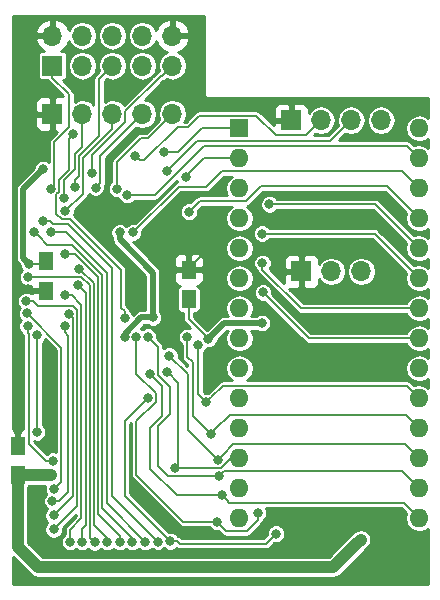
<source format=gbl>
G04 #@! TF.FileFunction,Copper,L2,Bot,Signal*
%FSLAX46Y46*%
G04 Gerber Fmt 4.6, Leading zero omitted, Abs format (unit mm)*
G04 Created by KiCad (PCBNEW 4.0.6) date Saturday, October 28, 2017 'PMt' 05:20:16 PM*
%MOMM*%
%LPD*%
G01*
G04 APERTURE LIST*
%ADD10C,0.100000*%
%ADD11R,1.250000X1.500000*%
%ADD12R,1.700000X1.700000*%
%ADD13O,1.700000X1.700000*%
%ADD14R,1.600000X1.600000*%
%ADD15O,1.600000X1.600000*%
%ADD16C,0.812800*%
%ADD17C,0.508000*%
%ADD18C,0.177800*%
%ADD19C,1.016000*%
%ADD20C,0.254000*%
G04 APERTURE END LIST*
D10*
D11*
X107210000Y-64240000D03*
X107210000Y-66740000D03*
X119300000Y-67430000D03*
X119300000Y-64930000D03*
X104840000Y-82350000D03*
X104840000Y-79850000D03*
D12*
X107770000Y-47670000D03*
D13*
X107770000Y-45130000D03*
X110310000Y-47670000D03*
X110310000Y-45130000D03*
X112850000Y-47670000D03*
X112850000Y-45130000D03*
X115390000Y-47670000D03*
X115390000Y-45130000D03*
X117930000Y-47670000D03*
X117930000Y-45130000D03*
D14*
X123600000Y-52980000D03*
D15*
X138840000Y-86000000D03*
X123600000Y-55520000D03*
X138840000Y-83460000D03*
X123600000Y-58060000D03*
X138840000Y-80920000D03*
X123600000Y-60600000D03*
X138840000Y-78380000D03*
X123600000Y-63140000D03*
X138840000Y-75840000D03*
X123600000Y-65680000D03*
X138840000Y-73300000D03*
X123600000Y-68220000D03*
X138840000Y-70760000D03*
X123600000Y-70760000D03*
X138840000Y-68220000D03*
X123600000Y-73300000D03*
X138840000Y-65680000D03*
X123600000Y-75840000D03*
X138840000Y-63140000D03*
X123600000Y-78380000D03*
X138840000Y-60600000D03*
X123600000Y-80920000D03*
X138840000Y-58060000D03*
X123600000Y-83460000D03*
X138840000Y-55520000D03*
X123600000Y-86000000D03*
X138840000Y-52980000D03*
D12*
X128840000Y-65080000D03*
D13*
X131380000Y-65080000D03*
X133920000Y-65080000D03*
D12*
X127970000Y-52290000D03*
D13*
X130510000Y-52290000D03*
X133050000Y-52290000D03*
X135590000Y-52290000D03*
D12*
X107750000Y-51760000D03*
D13*
X110290000Y-51760000D03*
X112830000Y-51760000D03*
X115370000Y-51760000D03*
X117910000Y-51760000D03*
D16*
X138810000Y-90870000D03*
X105000000Y-90910000D03*
X106910000Y-88760000D03*
X139010000Y-50950000D03*
X117420000Y-65010000D03*
X115220000Y-65710000D03*
X114840000Y-67960000D03*
X112000000Y-62210000D03*
X116920000Y-85830000D03*
X107310000Y-74490000D03*
X106970000Y-56420000D03*
X116280000Y-68980002D03*
X120969175Y-70793730D03*
X113873107Y-70615792D03*
X113459999Y-61784212D03*
X125520000Y-69470002D03*
X105795331Y-64458165D03*
X121120000Y-63276890D03*
X105704045Y-66617064D03*
X104850000Y-78620000D03*
X133880000Y-87800000D03*
X107679998Y-82330000D03*
X111123110Y-56793170D03*
X109696890Y-57902373D03*
X107621279Y-58077092D03*
X109548284Y-53486688D03*
X113873110Y-69041767D03*
X117187803Y-55009250D03*
X122107807Y-84051790D03*
X116026890Y-73784202D03*
X119036348Y-57083148D03*
X115854301Y-70619766D03*
X121860000Y-82419998D03*
X117660000Y-72220000D03*
X121760000Y-81050000D03*
X119170000Y-70650000D03*
X121160000Y-78860000D03*
X120112383Y-71290942D03*
X120810000Y-76160000D03*
X125580000Y-66870000D03*
X125550000Y-64360000D03*
X125520000Y-61880000D03*
X126140000Y-59410000D03*
X115820000Y-75830000D03*
X117750000Y-87940000D03*
X126680000Y-87297790D03*
X119330000Y-60029998D03*
X117506348Y-73642566D03*
X118150000Y-81740000D03*
X114600000Y-61790000D03*
X114863694Y-70622894D03*
X121686939Y-86277558D03*
X125180000Y-85520000D03*
X114082102Y-58615788D03*
X108853336Y-67123110D03*
X109259185Y-87996966D03*
X109908472Y-66208351D03*
X110290000Y-88010000D03*
X105719408Y-65580512D03*
X111339998Y-88030000D03*
X109982069Y-64862139D03*
X112410000Y-88010000D03*
X108870000Y-63580371D03*
X113460002Y-88010000D03*
X106210000Y-61710000D03*
X114530000Y-88010000D03*
X107672630Y-61740409D03*
X115630000Y-87980000D03*
X106990000Y-60790000D03*
X116700000Y-87960000D03*
X105559584Y-67597086D03*
X107870000Y-86930000D03*
X106450000Y-70510000D03*
X106460000Y-78700000D03*
X107843202Y-81100000D03*
X105672414Y-69737331D03*
X107889424Y-83528723D03*
X105640000Y-68640000D03*
X108824271Y-69682316D03*
X107764040Y-84524038D03*
X109189811Y-68671094D03*
X107870000Y-85750000D03*
X108762473Y-58896070D03*
X113236857Y-58099212D03*
X111418903Y-57989284D03*
X108870000Y-60010000D03*
X114745961Y-55275961D03*
X117507525Y-56580553D03*
D17*
X105280000Y-58110000D02*
X106563601Y-56826399D01*
X105795331Y-64458165D02*
X105280000Y-63942834D01*
X105280000Y-63942834D02*
X105280000Y-58110000D01*
X106563601Y-56826399D02*
X106970000Y-56420000D01*
X116280000Y-68405266D02*
X116280000Y-68980002D01*
X116280000Y-65178949D02*
X116280000Y-68405266D01*
X113873107Y-70402157D02*
X115295262Y-68980002D01*
X113873107Y-70615792D02*
X113873107Y-70402157D01*
X115295262Y-68980002D02*
X115705264Y-68980002D01*
X113459999Y-62358948D02*
X116280000Y-65178949D01*
X113459999Y-61784212D02*
X113459999Y-62358948D01*
X115705264Y-68980002D02*
X116280000Y-68980002D01*
D18*
X119300000Y-69124555D02*
X120562776Y-70387331D01*
D17*
X121375574Y-70387331D02*
X120969175Y-70793730D01*
X122292903Y-69470002D02*
X121375574Y-70387331D01*
X125520000Y-69470002D02*
X122292903Y-69470002D01*
D18*
X120562776Y-70387331D02*
X120969175Y-70793730D01*
X119300000Y-67430000D02*
X119300000Y-69124555D01*
X105795331Y-64458165D02*
X106991835Y-64458165D01*
X106991835Y-64458165D02*
X107210000Y-64240000D01*
X120828110Y-63276890D02*
X121120000Y-63276890D01*
X119300000Y-64805000D02*
X120828110Y-63276890D01*
X119300000Y-64930000D02*
X119300000Y-64805000D01*
X107210000Y-66740000D02*
X105826981Y-66740000D01*
X105826981Y-66740000D02*
X105704045Y-66617064D01*
D17*
X104840000Y-79850000D02*
X104840000Y-78630000D01*
X104840000Y-78630000D02*
X104850000Y-78620000D01*
D19*
X104840000Y-82350000D02*
X104840000Y-88410000D01*
X104840000Y-88410000D02*
X106570000Y-90140000D01*
X106570000Y-90140000D02*
X131540000Y-90140000D01*
X131540000Y-90140000D02*
X133473601Y-88206399D01*
X133473601Y-88206399D02*
X133880000Y-87800000D01*
X107659998Y-82350000D02*
X107679998Y-82330000D01*
X104840000Y-82350000D02*
X107659998Y-82350000D01*
D18*
X111123110Y-56218434D02*
X111123110Y-56793170D01*
X116957283Y-48519999D02*
X113946701Y-51530581D01*
X117080001Y-48519999D02*
X116957283Y-48519999D01*
X117930000Y-47670000D02*
X117080001Y-48519999D01*
X113946701Y-52396207D02*
X111123110Y-55219798D01*
X111123110Y-55219798D02*
X111123110Y-56218434D01*
X113946701Y-51530581D02*
X113946701Y-52396207D01*
X111713299Y-48806701D02*
X111713299Y-53623792D01*
X112850000Y-47670000D02*
X111713299Y-48806701D01*
X110014389Y-57010138D02*
X109696890Y-57327637D01*
X110014389Y-55322702D02*
X110014389Y-57010138D01*
X111713299Y-53623792D02*
X110014389Y-55322702D01*
X109696890Y-57327637D02*
X109696890Y-57902373D01*
X107770000Y-47670000D02*
X107770000Y-48697800D01*
X109173299Y-52894298D02*
X107938778Y-54128819D01*
X107938778Y-57759593D02*
X107621279Y-58077092D01*
X107770000Y-48697800D02*
X109173299Y-50101099D01*
X109173299Y-50101099D02*
X109173299Y-52894298D01*
X107938778Y-54128819D02*
X107938778Y-57759593D01*
X108546910Y-60683102D02*
X108089371Y-60225563D01*
X108089371Y-60225563D02*
X108089371Y-58572980D01*
X108089371Y-58572980D02*
X108294389Y-58367962D01*
X108294389Y-58367962D02*
X108294389Y-57312702D01*
X109250193Y-60683102D02*
X108546910Y-60683102D01*
X113873110Y-69041767D02*
X113873110Y-68467031D01*
X108294389Y-57312702D02*
X109141885Y-56465206D01*
X113873110Y-68467031D02*
X113555611Y-68149532D01*
X113555611Y-68149532D02*
X113555611Y-64988520D01*
X113555611Y-64988520D02*
X109250193Y-60683102D01*
X109141885Y-56465206D02*
X109141885Y-53893087D01*
X109141885Y-53893087D02*
X109548284Y-53486688D01*
X118376957Y-55009250D02*
X117762539Y-55009250D01*
X117762539Y-55009250D02*
X117187803Y-55009250D01*
X120406207Y-52980000D02*
X118376957Y-55009250D01*
X123600000Y-52980000D02*
X120406207Y-52980000D01*
X117040000Y-74797312D02*
X117040000Y-77359098D01*
X117040000Y-77359098D02*
X116026890Y-78372208D01*
X116026890Y-73784202D02*
X117040000Y-74797312D01*
X116026890Y-81776890D02*
X118301790Y-84051790D01*
X116026890Y-78372208D02*
X116026890Y-81776890D01*
X118301790Y-84051790D02*
X121533071Y-84051790D01*
X121533071Y-84051790D02*
X122107807Y-84051790D01*
X137510000Y-84670000D02*
X122726017Y-84670000D01*
X138840000Y-86000000D02*
X137510000Y-84670000D01*
X122514206Y-84458189D02*
X122107807Y-84051790D01*
X122726017Y-84670000D02*
X122514206Y-84458189D01*
X120599496Y-55520000D02*
X119442747Y-56676749D01*
X119442747Y-56676749D02*
X119036348Y-57083148D01*
X123600000Y-55520000D02*
X120599496Y-55520000D01*
X121860000Y-82419998D02*
X117569998Y-82419998D01*
X117569998Y-82419998D02*
X116700000Y-81550000D01*
X116700000Y-81550000D02*
X116700000Y-78202006D01*
X117720000Y-77182006D02*
X117720000Y-74910000D01*
X116700000Y-78202006D02*
X117720000Y-77182006D01*
X117720000Y-74910000D02*
X116700000Y-73890000D01*
X116700000Y-73890000D02*
X116700000Y-71465465D01*
X116700000Y-71465465D02*
X116260700Y-71026165D01*
X116260700Y-71026165D02*
X115854301Y-70619766D01*
X138840000Y-83460000D02*
X137393599Y-82013599D01*
X122266399Y-82013599D02*
X121860000Y-82419998D01*
X137393599Y-82013599D02*
X122266399Y-82013599D01*
X121353601Y-80643601D02*
X121760000Y-81050000D01*
X119215546Y-78505546D02*
X121353601Y-80643601D01*
X117660000Y-72220000D02*
X119215546Y-73775546D01*
X119215546Y-73775546D02*
X119215546Y-78505546D01*
X122166399Y-80643601D02*
X121760000Y-81050000D01*
X123096399Y-79713601D02*
X122166399Y-80643601D01*
X137633601Y-79713601D02*
X123096399Y-79713601D01*
X138840000Y-80920000D02*
X137633601Y-79713601D01*
X119170000Y-71224736D02*
X119170000Y-70650000D01*
X121160000Y-78860000D02*
X119630908Y-77330908D01*
X119630908Y-77330908D02*
X119630908Y-72770908D01*
X119630908Y-72770908D02*
X119170000Y-72310000D01*
X119170000Y-72310000D02*
X119170000Y-71224736D01*
X122766399Y-77253601D02*
X121566399Y-78453601D01*
X137713601Y-77253601D02*
X122766399Y-77253601D01*
X138840000Y-78380000D02*
X137713601Y-77253601D01*
X121566399Y-78453601D02*
X121160000Y-78860000D01*
X120810000Y-76160000D02*
X120112383Y-75462383D01*
X120112383Y-75462383D02*
X120112383Y-71865678D01*
X120112383Y-71865678D02*
X120112383Y-71290942D01*
X138840000Y-75840000D02*
X137773299Y-74773299D01*
X122196701Y-74773299D02*
X121216399Y-75753601D01*
X137773299Y-74773299D02*
X122196701Y-74773299D01*
X121216399Y-75753601D02*
X120810000Y-76160000D01*
X129470000Y-70760000D02*
X125580000Y-66870000D01*
X138840000Y-70760000D02*
X129470000Y-70760000D01*
X125550000Y-64360000D02*
X125550000Y-64934736D01*
X125550000Y-64934736D02*
X128835264Y-68220000D01*
X128835264Y-68220000D02*
X138840000Y-68220000D01*
X125520000Y-61880000D02*
X135040000Y-61880000D01*
X135040000Y-61880000D02*
X138840000Y-65680000D01*
X138840000Y-63140000D02*
X135110000Y-59410000D01*
X126714736Y-59410000D02*
X126140000Y-59410000D01*
X135110000Y-59410000D02*
X126714736Y-59410000D01*
X126680000Y-87297790D02*
X125827790Y-88150000D01*
X125827790Y-88150000D02*
X118534736Y-88150000D01*
X118534736Y-88150000D02*
X118324736Y-87940000D01*
X118324736Y-87940000D02*
X117750000Y-87940000D01*
X115413601Y-76236399D02*
X115820000Y-75830000D01*
X113880000Y-77770000D02*
X115413601Y-76236399D01*
X113880000Y-84070000D02*
X113880000Y-77770000D01*
X117750000Y-87940000D02*
X113880000Y-84070000D01*
X138840000Y-60600000D02*
X136120000Y-57880000D01*
X136120000Y-57880000D02*
X125433299Y-57880000D01*
X125433299Y-57880000D02*
X124186598Y-59126701D01*
X124186598Y-59126701D02*
X120233297Y-59126701D01*
X120233297Y-59126701D02*
X119330000Y-60029998D01*
X118150000Y-81740000D02*
X118390000Y-81500000D01*
X118390000Y-81500000D02*
X118390000Y-74510000D01*
X118390000Y-74510000D02*
X117522566Y-73642566D01*
X117522566Y-73642566D02*
X117506348Y-73642566D01*
X122033810Y-81740000D02*
X118724736Y-81740000D01*
X122853810Y-80920000D02*
X122033810Y-81740000D01*
X123600000Y-80920000D02*
X122853810Y-80920000D01*
X118724736Y-81740000D02*
X118150000Y-81740000D01*
X138840000Y-58060000D02*
X137366701Y-56586701D01*
X137366701Y-56586701D02*
X122083299Y-56586701D01*
X122083299Y-56586701D02*
X120760000Y-57910000D01*
X118480000Y-57910000D02*
X114600000Y-61790000D01*
X120760000Y-57910000D02*
X118480000Y-57910000D01*
X116493102Y-76153090D02*
X116493102Y-75389408D01*
X116493102Y-75389408D02*
X114863694Y-73760000D01*
X114863694Y-73760000D02*
X114863694Y-71197630D01*
X114863694Y-71197630D02*
X114863694Y-70622894D01*
X121686939Y-86277558D02*
X118857558Y-86277558D01*
X118857558Y-86277558D02*
X114863694Y-82283694D01*
X114863694Y-82283694D02*
X114863694Y-77782498D01*
X114863694Y-77782498D02*
X116493102Y-76153090D01*
X122093338Y-86683957D02*
X121686939Y-86277558D01*
X122476082Y-87066701D02*
X122093338Y-86683957D01*
X124208035Y-87066701D02*
X122476082Y-87066701D01*
X125180000Y-86094736D02*
X124208035Y-87066701D01*
X125180000Y-85520000D02*
X125180000Y-86094736D01*
X138840000Y-55520000D02*
X137773299Y-54453299D01*
X137773299Y-54453299D02*
X120586701Y-54453299D01*
X120586701Y-54453299D02*
X116424212Y-58615788D01*
X116424212Y-58615788D02*
X114656838Y-58615788D01*
X114656838Y-58615788D02*
X114082102Y-58615788D01*
X110220722Y-68896007D02*
X110220722Y-67915760D01*
X109259185Y-87996966D02*
X109259185Y-86950815D01*
X110220722Y-67915760D02*
X109428072Y-67123110D01*
X109428072Y-67123110D02*
X108853336Y-67123110D01*
X110215114Y-68901615D02*
X110220722Y-68896007D01*
X110215114Y-85994886D02*
X110215114Y-68901615D01*
X109259185Y-86950815D02*
X110215114Y-85994886D01*
X109908472Y-66208351D02*
X110576333Y-66876212D01*
X110576333Y-86573667D02*
X110290000Y-86860000D01*
X110576333Y-66876212D02*
X110576333Y-86573667D01*
X110290000Y-86860000D02*
X110290000Y-88010000D01*
X106339415Y-65535241D02*
X106294144Y-65580512D01*
X106294144Y-65580512D02*
X105719408Y-65580512D01*
X110931944Y-66253580D02*
X110213605Y-65535241D01*
X110213605Y-65535241D02*
X106339415Y-65535241D01*
X110931944Y-87621946D02*
X110931944Y-66253580D01*
X111339998Y-88030000D02*
X110931944Y-87621946D01*
X111287555Y-86547555D02*
X111287555Y-66106282D01*
X111287555Y-66106282D02*
X110043412Y-64862139D01*
X112410000Y-88010000D02*
X112410000Y-87670000D01*
X110043412Y-64862139D02*
X109982069Y-64862139D01*
X112410000Y-87670000D02*
X111287555Y-86547555D01*
X113460002Y-88010000D02*
X113460002Y-87450002D01*
X113460002Y-87450002D02*
X111643166Y-85633166D01*
X111643166Y-85633166D02*
X111643166Y-65548984D01*
X109444736Y-63580371D02*
X108870000Y-63580371D01*
X111643166Y-65548984D02*
X109674553Y-63580371D01*
X109674553Y-63580371D02*
X109444736Y-63580371D01*
X114530000Y-88010000D02*
X114530000Y-87630000D01*
X107316399Y-62816399D02*
X106616399Y-62116399D01*
X106616399Y-62116399D02*
X106210000Y-61710000D01*
X114530000Y-87630000D02*
X111998777Y-85098777D01*
X111998777Y-85098777D02*
X111998777Y-65401685D01*
X111998777Y-65401685D02*
X109413491Y-62816399D01*
X109413491Y-62816399D02*
X107316399Y-62816399D01*
X112354388Y-84704388D02*
X112354388Y-65208968D01*
X112354388Y-65208968D02*
X108885829Y-61740409D01*
X108885829Y-61740409D02*
X108247366Y-61740409D01*
X115630000Y-87980000D02*
X112354388Y-84704388D01*
X108247366Y-61740409D02*
X107672630Y-61740409D01*
X112844389Y-84104389D02*
X112844389Y-64817297D01*
X107813449Y-61038713D02*
X107564736Y-60790000D01*
X116700000Y-87960000D02*
X112844389Y-84104389D01*
X112844389Y-64817297D02*
X109065805Y-61038713D01*
X109065805Y-61038713D02*
X107813449Y-61038713D01*
X107564736Y-60790000D02*
X106990000Y-60790000D01*
X107870000Y-86930000D02*
X109859503Y-84940497D01*
X109482869Y-67992869D02*
X106530103Y-67992869D01*
X109859503Y-84940497D02*
X109859503Y-68754317D01*
X109859503Y-68754317D02*
X109865111Y-68748709D01*
X109865111Y-68748709D02*
X109865111Y-68375111D01*
X106134320Y-67597086D02*
X105559584Y-67597086D01*
X109865111Y-68375111D02*
X109482869Y-67992869D01*
X106530103Y-67992869D02*
X106134320Y-67597086D01*
X106460000Y-78700000D02*
X106460000Y-70520000D01*
X106460000Y-70520000D02*
X106450000Y-70510000D01*
X105760000Y-79680000D02*
X107180000Y-81100000D01*
X107180000Y-81100000D02*
X107843202Y-81100000D01*
X105760000Y-70399653D02*
X105760000Y-79680000D01*
X105672414Y-69737331D02*
X105672414Y-70312067D01*
X105672414Y-70312067D02*
X105760000Y-70399653D01*
X105640000Y-68640000D02*
X108530000Y-71530000D01*
X108530000Y-82888147D02*
X108295823Y-83122324D01*
X108530000Y-71530000D02*
X108530000Y-82888147D01*
X108295823Y-83122324D02*
X107889424Y-83528723D01*
X108338776Y-84524038D02*
X109093890Y-83768924D01*
X107764040Y-84524038D02*
X108338776Y-84524038D01*
X109093890Y-70526671D02*
X108824271Y-70257052D01*
X108824271Y-70257052D02*
X108824271Y-69682316D01*
X109093890Y-83768924D02*
X109093890Y-70526671D01*
X109503892Y-68985175D02*
X109189811Y-68671094D01*
X107870000Y-85750000D02*
X109503892Y-84116108D01*
X109503892Y-84116108D02*
X109503892Y-68985175D01*
X110290000Y-54544182D02*
X109658778Y-55175404D01*
X110290000Y-51760000D02*
X110290000Y-54544182D01*
X109658778Y-55175404D02*
X109658778Y-56451222D01*
X109658778Y-56451222D02*
X108762473Y-57347527D01*
X108762473Y-57347527D02*
X108762473Y-58321334D01*
X108762473Y-58321334D02*
X108762473Y-58896070D01*
X115250000Y-53820000D02*
X115850000Y-53820000D01*
X115850000Y-53820000D02*
X117910000Y-51760000D01*
X113236857Y-55833143D02*
X115250000Y-53820000D01*
X113236857Y-58099212D02*
X113236857Y-55833143D01*
X111825302Y-57582885D02*
X111418903Y-57989284D01*
X111825302Y-55294698D02*
X111825302Y-57582885D01*
X114100000Y-53020000D02*
X111825302Y-55294698D01*
X114110000Y-53020000D02*
X114100000Y-53020000D01*
X115370000Y-51760000D02*
X114110000Y-53020000D01*
X110370000Y-55470000D02*
X110370000Y-58510000D01*
X110370000Y-58510000D02*
X108870000Y-60010000D01*
X112830000Y-53010000D02*
X110370000Y-55470000D01*
X112830000Y-51760000D02*
X112830000Y-53010000D01*
X126690000Y-53570000D02*
X129230000Y-53570000D01*
X129230000Y-53570000D02*
X130510000Y-52290000D01*
X125033299Y-51913299D02*
X126690000Y-53570000D01*
X119233299Y-52876701D02*
X120196701Y-51913299D01*
X120196701Y-51913299D02*
X125033299Y-51913299D01*
X115557640Y-55682360D02*
X118363299Y-52876701D01*
X118363299Y-52876701D02*
X119233299Y-52876701D01*
X115152360Y-55682360D02*
X115557640Y-55682360D01*
X114745961Y-55275961D02*
X115152360Y-55682360D01*
X131293299Y-54046701D02*
X132200001Y-53139999D01*
X132200001Y-53139999D02*
X133050000Y-52290000D01*
X120041377Y-54046701D02*
X131293299Y-54046701D01*
X117507525Y-56580553D02*
X120041377Y-54046701D01*
D20*
G36*
X114393794Y-82283694D02*
X114420907Y-82419998D01*
X114429563Y-82463517D01*
X114531425Y-82615963D01*
X118525289Y-86609828D01*
X118677735Y-86711689D01*
X118857558Y-86747458D01*
X121043438Y-86747458D01*
X121240330Y-86944694D01*
X121529628Y-87064821D01*
X121809908Y-87065065D01*
X122143813Y-87398971D01*
X122280313Y-87490177D01*
X122296259Y-87500832D01*
X122476082Y-87536601D01*
X124208035Y-87536601D01*
X124387858Y-87500832D01*
X124540304Y-87398970D01*
X125512269Y-86427006D01*
X125614131Y-86274559D01*
X125620727Y-86241398D01*
X125632833Y-86180538D01*
X125847136Y-85966609D01*
X125967263Y-85677311D01*
X125967536Y-85364064D01*
X125874914Y-85139900D01*
X137315362Y-85139900D01*
X137725388Y-85549926D01*
X137635863Y-86000000D01*
X137725761Y-86451949D01*
X137981770Y-86835093D01*
X138364914Y-87091102D01*
X138816863Y-87181000D01*
X138863137Y-87181000D01*
X139315086Y-87091102D01*
X139569000Y-86921442D01*
X139569000Y-91569000D01*
X104431000Y-91569000D01*
X104431000Y-89258236D01*
X105941382Y-90768618D01*
X106229794Y-90961329D01*
X106570000Y-91029000D01*
X131540000Y-91029000D01*
X131880206Y-90961329D01*
X132168618Y-90768618D01*
X134508618Y-88428618D01*
X134701329Y-88140205D01*
X134769000Y-87800000D01*
X134701329Y-87459795D01*
X134508618Y-87171382D01*
X134220205Y-86978671D01*
X133880000Y-86911000D01*
X133539795Y-86978671D01*
X133251382Y-87171382D01*
X131171764Y-89251000D01*
X106938236Y-89251000D01*
X105729000Y-88041764D01*
X105729000Y-83382871D01*
X105735865Y-83378454D01*
X105822859Y-83251134D01*
X105825316Y-83239000D01*
X107157143Y-83239000D01*
X107102161Y-83371412D01*
X107101888Y-83684659D01*
X107215330Y-83959210D01*
X107096904Y-84077429D01*
X106976777Y-84366727D01*
X106976504Y-84679974D01*
X107096126Y-84969482D01*
X107316356Y-85190097D01*
X107202864Y-85303391D01*
X107082737Y-85592689D01*
X107082464Y-85905936D01*
X107202086Y-86195444D01*
X107346448Y-86340058D01*
X107202864Y-86483391D01*
X107082737Y-86772689D01*
X107082464Y-87085936D01*
X107202086Y-87375444D01*
X107423391Y-87597136D01*
X107712689Y-87717263D01*
X108025936Y-87717536D01*
X108315444Y-87597914D01*
X108537136Y-87376609D01*
X108657263Y-87087311D01*
X108657507Y-86807031D01*
X109745214Y-85719325D01*
X109745214Y-85800247D01*
X108926916Y-86618546D01*
X108825054Y-86770992D01*
X108789285Y-86950815D01*
X108789285Y-87353465D01*
X108592049Y-87550357D01*
X108471922Y-87839655D01*
X108471649Y-88152902D01*
X108591271Y-88442410D01*
X108812576Y-88664102D01*
X109101874Y-88784229D01*
X109415121Y-88784502D01*
X109704629Y-88664880D01*
X109768003Y-88601616D01*
X109843391Y-88677136D01*
X110132689Y-88797263D01*
X110445936Y-88797536D01*
X110735444Y-88677914D01*
X110804943Y-88608536D01*
X110893389Y-88697136D01*
X111182687Y-88817263D01*
X111495934Y-88817536D01*
X111785442Y-88697914D01*
X111884961Y-88598569D01*
X111963391Y-88677136D01*
X112252689Y-88797263D01*
X112565936Y-88797536D01*
X112855444Y-88677914D01*
X112934945Y-88598551D01*
X113013393Y-88677136D01*
X113302691Y-88797263D01*
X113615938Y-88797536D01*
X113905446Y-88677914D01*
X113994963Y-88588553D01*
X114083391Y-88677136D01*
X114372689Y-88797263D01*
X114685936Y-88797536D01*
X114975444Y-88677914D01*
X115094988Y-88558579D01*
X115183391Y-88647136D01*
X115472689Y-88767263D01*
X115785936Y-88767536D01*
X116075444Y-88647914D01*
X116174962Y-88548570D01*
X116253391Y-88627136D01*
X116542689Y-88747263D01*
X116855936Y-88747536D01*
X117145444Y-88627914D01*
X117234944Y-88538570D01*
X117303391Y-88607136D01*
X117592689Y-88727263D01*
X117905936Y-88727536D01*
X118195444Y-88607914D01*
X118273657Y-88529838D01*
X118298750Y-88546604D01*
X118354913Y-88584131D01*
X118534736Y-88619900D01*
X125827790Y-88619900D01*
X126007613Y-88584131D01*
X126160059Y-88482269D01*
X126557245Y-88085083D01*
X126835936Y-88085326D01*
X127125444Y-87965704D01*
X127347136Y-87744399D01*
X127467263Y-87455101D01*
X127467536Y-87141854D01*
X127347914Y-86852346D01*
X127126609Y-86630654D01*
X126837311Y-86510527D01*
X126524064Y-86510254D01*
X126234556Y-86629876D01*
X126012864Y-86851181D01*
X125892737Y-87140479D01*
X125892493Y-87420759D01*
X125633152Y-87680100D01*
X118729374Y-87680100D01*
X118657005Y-87607731D01*
X118504559Y-87505869D01*
X118479236Y-87500832D01*
X118410538Y-87487167D01*
X118196609Y-87272864D01*
X117907311Y-87152737D01*
X117627032Y-87152493D01*
X114349900Y-83875362D01*
X114349900Y-77964638D01*
X114393794Y-77920744D01*
X114393794Y-82283694D01*
X114393794Y-82283694D01*
G37*
X114393794Y-82283694D02*
X114420907Y-82419998D01*
X114429563Y-82463517D01*
X114531425Y-82615963D01*
X118525289Y-86609828D01*
X118677735Y-86711689D01*
X118857558Y-86747458D01*
X121043438Y-86747458D01*
X121240330Y-86944694D01*
X121529628Y-87064821D01*
X121809908Y-87065065D01*
X122143813Y-87398971D01*
X122280313Y-87490177D01*
X122296259Y-87500832D01*
X122476082Y-87536601D01*
X124208035Y-87536601D01*
X124387858Y-87500832D01*
X124540304Y-87398970D01*
X125512269Y-86427006D01*
X125614131Y-86274559D01*
X125620727Y-86241398D01*
X125632833Y-86180538D01*
X125847136Y-85966609D01*
X125967263Y-85677311D01*
X125967536Y-85364064D01*
X125874914Y-85139900D01*
X137315362Y-85139900D01*
X137725388Y-85549926D01*
X137635863Y-86000000D01*
X137725761Y-86451949D01*
X137981770Y-86835093D01*
X138364914Y-87091102D01*
X138816863Y-87181000D01*
X138863137Y-87181000D01*
X139315086Y-87091102D01*
X139569000Y-86921442D01*
X139569000Y-91569000D01*
X104431000Y-91569000D01*
X104431000Y-89258236D01*
X105941382Y-90768618D01*
X106229794Y-90961329D01*
X106570000Y-91029000D01*
X131540000Y-91029000D01*
X131880206Y-90961329D01*
X132168618Y-90768618D01*
X134508618Y-88428618D01*
X134701329Y-88140205D01*
X134769000Y-87800000D01*
X134701329Y-87459795D01*
X134508618Y-87171382D01*
X134220205Y-86978671D01*
X133880000Y-86911000D01*
X133539795Y-86978671D01*
X133251382Y-87171382D01*
X131171764Y-89251000D01*
X106938236Y-89251000D01*
X105729000Y-88041764D01*
X105729000Y-83382871D01*
X105735865Y-83378454D01*
X105822859Y-83251134D01*
X105825316Y-83239000D01*
X107157143Y-83239000D01*
X107102161Y-83371412D01*
X107101888Y-83684659D01*
X107215330Y-83959210D01*
X107096904Y-84077429D01*
X106976777Y-84366727D01*
X106976504Y-84679974D01*
X107096126Y-84969482D01*
X107316356Y-85190097D01*
X107202864Y-85303391D01*
X107082737Y-85592689D01*
X107082464Y-85905936D01*
X107202086Y-86195444D01*
X107346448Y-86340058D01*
X107202864Y-86483391D01*
X107082737Y-86772689D01*
X107082464Y-87085936D01*
X107202086Y-87375444D01*
X107423391Y-87597136D01*
X107712689Y-87717263D01*
X108025936Y-87717536D01*
X108315444Y-87597914D01*
X108537136Y-87376609D01*
X108657263Y-87087311D01*
X108657507Y-86807031D01*
X109745214Y-85719325D01*
X109745214Y-85800247D01*
X108926916Y-86618546D01*
X108825054Y-86770992D01*
X108789285Y-86950815D01*
X108789285Y-87353465D01*
X108592049Y-87550357D01*
X108471922Y-87839655D01*
X108471649Y-88152902D01*
X108591271Y-88442410D01*
X108812576Y-88664102D01*
X109101874Y-88784229D01*
X109415121Y-88784502D01*
X109704629Y-88664880D01*
X109768003Y-88601616D01*
X109843391Y-88677136D01*
X110132689Y-88797263D01*
X110445936Y-88797536D01*
X110735444Y-88677914D01*
X110804943Y-88608536D01*
X110893389Y-88697136D01*
X111182687Y-88817263D01*
X111495934Y-88817536D01*
X111785442Y-88697914D01*
X111884961Y-88598569D01*
X111963391Y-88677136D01*
X112252689Y-88797263D01*
X112565936Y-88797536D01*
X112855444Y-88677914D01*
X112934945Y-88598551D01*
X113013393Y-88677136D01*
X113302691Y-88797263D01*
X113615938Y-88797536D01*
X113905446Y-88677914D01*
X113994963Y-88588553D01*
X114083391Y-88677136D01*
X114372689Y-88797263D01*
X114685936Y-88797536D01*
X114975444Y-88677914D01*
X115094988Y-88558579D01*
X115183391Y-88647136D01*
X115472689Y-88767263D01*
X115785936Y-88767536D01*
X116075444Y-88647914D01*
X116174962Y-88548570D01*
X116253391Y-88627136D01*
X116542689Y-88747263D01*
X116855936Y-88747536D01*
X117145444Y-88627914D01*
X117234944Y-88538570D01*
X117303391Y-88607136D01*
X117592689Y-88727263D01*
X117905936Y-88727536D01*
X118195444Y-88607914D01*
X118273657Y-88529838D01*
X118298750Y-88546604D01*
X118354913Y-88584131D01*
X118534736Y-88619900D01*
X125827790Y-88619900D01*
X126007613Y-88584131D01*
X126160059Y-88482269D01*
X126557245Y-88085083D01*
X126835936Y-88085326D01*
X127125444Y-87965704D01*
X127347136Y-87744399D01*
X127467263Y-87455101D01*
X127467536Y-87141854D01*
X127347914Y-86852346D01*
X127126609Y-86630654D01*
X126837311Y-86510527D01*
X126524064Y-86510254D01*
X126234556Y-86629876D01*
X126012864Y-86851181D01*
X125892737Y-87140479D01*
X125892493Y-87420759D01*
X125633152Y-87680100D01*
X118729374Y-87680100D01*
X118657005Y-87607731D01*
X118504559Y-87505869D01*
X118479236Y-87500832D01*
X118410538Y-87487167D01*
X118196609Y-87272864D01*
X117907311Y-87152737D01*
X117627032Y-87152493D01*
X114349900Y-83875362D01*
X114349900Y-77964638D01*
X114393794Y-77920744D01*
X114393794Y-82283694D01*
G36*
X123727000Y-85873000D02*
X123747000Y-85873000D01*
X123747000Y-86127000D01*
X123727000Y-86127000D01*
X123727000Y-86147000D01*
X123473000Y-86147000D01*
X123473000Y-86127000D01*
X123453000Y-86127000D01*
X123453000Y-85873000D01*
X123473000Y-85873000D01*
X123473000Y-85853000D01*
X123727000Y-85853000D01*
X123727000Y-85873000D01*
X123727000Y-85873000D01*
G37*
X123727000Y-85873000D02*
X123747000Y-85873000D01*
X123747000Y-86127000D01*
X123727000Y-86127000D01*
X123727000Y-86147000D01*
X123473000Y-86147000D01*
X123473000Y-86127000D01*
X123453000Y-86127000D01*
X123453000Y-85873000D01*
X123473000Y-85873000D01*
X123473000Y-85853000D01*
X123727000Y-85853000D01*
X123727000Y-85873000D01*
G36*
X108060100Y-71724639D02*
X108060100Y-80337480D01*
X108000513Y-80312737D01*
X107687266Y-80312464D01*
X107397758Y-80432086D01*
X107287095Y-80542556D01*
X106229900Y-79485362D01*
X106229900Y-79457038D01*
X106302689Y-79487263D01*
X106615936Y-79487536D01*
X106905444Y-79367914D01*
X107127136Y-79146609D01*
X107247263Y-78857311D01*
X107247536Y-78544064D01*
X107127914Y-78254556D01*
X106929900Y-78056196D01*
X106929900Y-71143518D01*
X107117136Y-70956609D01*
X107168462Y-70833001D01*
X108060100Y-71724639D01*
X108060100Y-71724639D01*
G37*
X108060100Y-71724639D02*
X108060100Y-80337480D01*
X108000513Y-80312737D01*
X107687266Y-80312464D01*
X107397758Y-80432086D01*
X107287095Y-80542556D01*
X106229900Y-79485362D01*
X106229900Y-79457038D01*
X106302689Y-79487263D01*
X106615936Y-79487536D01*
X106905444Y-79367914D01*
X107127136Y-79146609D01*
X107247263Y-78857311D01*
X107247536Y-78544064D01*
X107127914Y-78254556D01*
X106929900Y-78056196D01*
X106929900Y-71143518D01*
X107117136Y-70956609D01*
X107168462Y-70833001D01*
X108060100Y-71724639D01*
G36*
X120569000Y-50000000D02*
X120601808Y-50164937D01*
X120695237Y-50304763D01*
X120835063Y-50398192D01*
X121000000Y-50431000D01*
X139569000Y-50431000D01*
X139569000Y-52058558D01*
X139315086Y-51888898D01*
X138863137Y-51799000D01*
X138816863Y-51799000D01*
X138364914Y-51888898D01*
X137981770Y-52144907D01*
X137725761Y-52528051D01*
X137635863Y-52980000D01*
X137725761Y-53431949D01*
X137981770Y-53815093D01*
X138364914Y-54071102D01*
X138816863Y-54161000D01*
X138863137Y-54161000D01*
X139315086Y-54071102D01*
X139569000Y-53901442D01*
X139569000Y-54598558D01*
X139315086Y-54428898D01*
X138863137Y-54339000D01*
X138816863Y-54339000D01*
X138405386Y-54420848D01*
X138105568Y-54121030D01*
X137953122Y-54019168D01*
X137773299Y-53983399D01*
X132021139Y-53983399D01*
X132532270Y-53472269D01*
X132532272Y-53472266D01*
X132563456Y-53441082D01*
X132578917Y-53451413D01*
X133050000Y-53545117D01*
X133521083Y-53451413D01*
X133920448Y-53184565D01*
X134187296Y-52785200D01*
X134281000Y-52314117D01*
X134281000Y-52265883D01*
X134359000Y-52265883D01*
X134359000Y-52314117D01*
X134452704Y-52785200D01*
X134719552Y-53184565D01*
X135118917Y-53451413D01*
X135590000Y-53545117D01*
X136061083Y-53451413D01*
X136460448Y-53184565D01*
X136727296Y-52785200D01*
X136821000Y-52314117D01*
X136821000Y-52265883D01*
X136727296Y-51794800D01*
X136460448Y-51395435D01*
X136061083Y-51128587D01*
X135590000Y-51034883D01*
X135118917Y-51128587D01*
X134719552Y-51395435D01*
X134452704Y-51794800D01*
X134359000Y-52265883D01*
X134281000Y-52265883D01*
X134187296Y-51794800D01*
X133920448Y-51395435D01*
X133521083Y-51128587D01*
X133050000Y-51034883D01*
X132578917Y-51128587D01*
X132179552Y-51395435D01*
X131912704Y-51794800D01*
X131819000Y-52265883D01*
X131819000Y-52314117D01*
X131908981Y-52766481D01*
X131867734Y-52807728D01*
X131867731Y-52807730D01*
X131098661Y-53576801D01*
X129887737Y-53576801D01*
X130023456Y-53441082D01*
X130038917Y-53451413D01*
X130510000Y-53545117D01*
X130981083Y-53451413D01*
X131380448Y-53184565D01*
X131647296Y-52785200D01*
X131741000Y-52314117D01*
X131741000Y-52265883D01*
X131647296Y-51794800D01*
X131380448Y-51395435D01*
X130981083Y-51128587D01*
X130510000Y-51034883D01*
X130038917Y-51128587D01*
X129639552Y-51395435D01*
X129455000Y-51671636D01*
X129455000Y-51313691D01*
X129358327Y-51080302D01*
X129179699Y-50901673D01*
X128946310Y-50805000D01*
X128255750Y-50805000D01*
X128097000Y-50963750D01*
X128097000Y-52163000D01*
X128117000Y-52163000D01*
X128117000Y-52417000D01*
X128097000Y-52417000D01*
X128097000Y-52437000D01*
X127843000Y-52437000D01*
X127843000Y-52417000D01*
X126643750Y-52417000D01*
X126485000Y-52575750D01*
X126485000Y-52700462D01*
X125365568Y-51581030D01*
X125213122Y-51479168D01*
X125033299Y-51443399D01*
X120196701Y-51443399D01*
X120016878Y-51479168D01*
X119864431Y-51581030D01*
X119038661Y-52406801D01*
X118945999Y-52406801D01*
X119047296Y-52255200D01*
X119141000Y-51784117D01*
X119141000Y-51735883D01*
X119057022Y-51313691D01*
X126485000Y-51313691D01*
X126485000Y-52004250D01*
X126643750Y-52163000D01*
X127843000Y-52163000D01*
X127843000Y-50963750D01*
X127684250Y-50805000D01*
X126993690Y-50805000D01*
X126760301Y-50901673D01*
X126581673Y-51080302D01*
X126485000Y-51313691D01*
X119057022Y-51313691D01*
X119047296Y-51264800D01*
X118780448Y-50865435D01*
X118381083Y-50598587D01*
X117910000Y-50504883D01*
X117438917Y-50598587D01*
X117039552Y-50865435D01*
X116772704Y-51264800D01*
X116679000Y-51735883D01*
X116679000Y-51784117D01*
X116768981Y-52236481D01*
X115655362Y-53350100D01*
X115250000Y-53350100D01*
X115070177Y-53385869D01*
X114917730Y-53487731D01*
X112904588Y-55500874D01*
X112802726Y-55653320D01*
X112766957Y-55833143D01*
X112766957Y-57455711D01*
X112569721Y-57652603D01*
X112449594Y-57941901D01*
X112449321Y-58255148D01*
X112568943Y-58544656D01*
X112790248Y-58766348D01*
X113079546Y-58886475D01*
X113342075Y-58886704D01*
X113414188Y-59061232D01*
X113635493Y-59282924D01*
X113924791Y-59403051D01*
X114238038Y-59403324D01*
X114527546Y-59283702D01*
X114725906Y-59085688D01*
X116424212Y-59085688D01*
X116604035Y-59049919D01*
X116756481Y-58948057D01*
X118312154Y-57392384D01*
X118343120Y-57467327D01*
X118300177Y-57475869D01*
X118147731Y-57577730D01*
X114722755Y-61002707D01*
X114444064Y-61002464D01*
X114154556Y-61122086D01*
X114032870Y-61243559D01*
X113906608Y-61117076D01*
X113617310Y-60996949D01*
X113304063Y-60996676D01*
X113014555Y-61116298D01*
X112792863Y-61337603D01*
X112672736Y-61626901D01*
X112672463Y-61940148D01*
X112792085Y-62229656D01*
X112824999Y-62262628D01*
X112824999Y-62358948D01*
X112873335Y-62601952D01*
X113010986Y-62807961D01*
X115645000Y-65441975D01*
X115645000Y-68345002D01*
X115295262Y-68345002D01*
X115052258Y-68393338D01*
X114846249Y-68530989D01*
X114611164Y-68766074D01*
X114541024Y-68596323D01*
X114325853Y-68380775D01*
X114307241Y-68287208D01*
X114266109Y-68225650D01*
X114205379Y-68134761D01*
X114025511Y-67954894D01*
X114025511Y-64988520D01*
X113989742Y-64808697D01*
X113979420Y-64793249D01*
X113887881Y-64656251D01*
X109582462Y-60350833D01*
X109581363Y-60350099D01*
X109657263Y-60167311D01*
X109657507Y-59887031D01*
X110702269Y-58842270D01*
X110804131Y-58689823D01*
X110804168Y-58689636D01*
X110837612Y-58521502D01*
X110972294Y-58656420D01*
X111261592Y-58776547D01*
X111574839Y-58776820D01*
X111864347Y-58657198D01*
X112086039Y-58435893D01*
X112206166Y-58146595D01*
X112206431Y-57842030D01*
X112259433Y-57762708D01*
X112260053Y-57759593D01*
X112295202Y-57582885D01*
X112295202Y-55489336D01*
X114412135Y-53372404D01*
X114442269Y-53352269D01*
X114883456Y-52911082D01*
X114898917Y-52921413D01*
X115370000Y-53015117D01*
X115841083Y-52921413D01*
X116240448Y-52654565D01*
X116507296Y-52255200D01*
X116601000Y-51784117D01*
X116601000Y-51735883D01*
X116507296Y-51264800D01*
X116240448Y-50865435D01*
X115841083Y-50598587D01*
X115592650Y-50549171D01*
X117169780Y-48972041D01*
X117259824Y-48954130D01*
X117412270Y-48852268D01*
X117443456Y-48821082D01*
X117458917Y-48831413D01*
X117930000Y-48925117D01*
X118401083Y-48831413D01*
X118800448Y-48564565D01*
X119067296Y-48165200D01*
X119161000Y-47694117D01*
X119161000Y-47645883D01*
X119067296Y-47174800D01*
X118800448Y-46775435D01*
X118415488Y-46518212D01*
X118696924Y-46401645D01*
X119125183Y-46011358D01*
X119371486Y-45486892D01*
X119250819Y-45257000D01*
X118057000Y-45257000D01*
X118057000Y-45277000D01*
X117803000Y-45277000D01*
X117803000Y-45257000D01*
X117783000Y-45257000D01*
X117783000Y-45003000D01*
X117803000Y-45003000D01*
X117803000Y-43809845D01*
X118057000Y-43809845D01*
X118057000Y-45003000D01*
X119250819Y-45003000D01*
X119371486Y-44773108D01*
X119125183Y-44248642D01*
X118696924Y-43858355D01*
X118286890Y-43688524D01*
X118057000Y-43809845D01*
X117803000Y-43809845D01*
X117573110Y-43688524D01*
X117163076Y-43858355D01*
X116734817Y-44248642D01*
X116535083Y-44673947D01*
X116527296Y-44634800D01*
X116260448Y-44235435D01*
X115861083Y-43968587D01*
X115390000Y-43874883D01*
X114918917Y-43968587D01*
X114519552Y-44235435D01*
X114252704Y-44634800D01*
X114159000Y-45105883D01*
X114159000Y-45154117D01*
X114252704Y-45625200D01*
X114519552Y-46024565D01*
X114918917Y-46291413D01*
X115390000Y-46385117D01*
X115861083Y-46291413D01*
X116260448Y-46024565D01*
X116527296Y-45625200D01*
X116535083Y-45586053D01*
X116734817Y-46011358D01*
X117163076Y-46401645D01*
X117444512Y-46518212D01*
X117059552Y-46775435D01*
X116792704Y-47174800D01*
X116699000Y-47645883D01*
X116699000Y-47694117D01*
X116776987Y-48086184D01*
X116625014Y-48187729D01*
X116285156Y-48527587D01*
X116527296Y-48165200D01*
X116621000Y-47694117D01*
X116621000Y-47645883D01*
X116527296Y-47174800D01*
X116260448Y-46775435D01*
X115861083Y-46508587D01*
X115390000Y-46414883D01*
X114918917Y-46508587D01*
X114519552Y-46775435D01*
X114252704Y-47174800D01*
X114159000Y-47645883D01*
X114159000Y-47694117D01*
X114252704Y-48165200D01*
X114519552Y-48564565D01*
X114918917Y-48831413D01*
X115390000Y-48925117D01*
X115861083Y-48831413D01*
X116223470Y-48589273D01*
X113799327Y-51013417D01*
X113700448Y-50865435D01*
X113301083Y-50598587D01*
X112830000Y-50504883D01*
X112358917Y-50598587D01*
X112183199Y-50715998D01*
X112183199Y-49001339D01*
X112363456Y-48821082D01*
X112378917Y-48831413D01*
X112850000Y-48925117D01*
X113321083Y-48831413D01*
X113720448Y-48564565D01*
X113987296Y-48165200D01*
X114081000Y-47694117D01*
X114081000Y-47645883D01*
X113987296Y-47174800D01*
X113720448Y-46775435D01*
X113321083Y-46508587D01*
X112850000Y-46414883D01*
X112378917Y-46508587D01*
X111979552Y-46775435D01*
X111712704Y-47174800D01*
X111619000Y-47645883D01*
X111619000Y-47694117D01*
X111708981Y-48146481D01*
X111381030Y-48474432D01*
X111279168Y-48626878D01*
X111243399Y-48806701D01*
X111243399Y-50989580D01*
X111160448Y-50865435D01*
X110761083Y-50598587D01*
X110290000Y-50504883D01*
X109818917Y-50598587D01*
X109643199Y-50715998D01*
X109643199Y-50101099D01*
X109607430Y-49921276D01*
X109549824Y-49835063D01*
X109505568Y-49768829D01*
X108641211Y-48904473D01*
X108761190Y-48881897D01*
X108890865Y-48798454D01*
X108977859Y-48671134D01*
X109008464Y-48520000D01*
X109008464Y-47645883D01*
X109079000Y-47645883D01*
X109079000Y-47694117D01*
X109172704Y-48165200D01*
X109439552Y-48564565D01*
X109838917Y-48831413D01*
X110310000Y-48925117D01*
X110781083Y-48831413D01*
X111180448Y-48564565D01*
X111447296Y-48165200D01*
X111541000Y-47694117D01*
X111541000Y-47645883D01*
X111447296Y-47174800D01*
X111180448Y-46775435D01*
X110781083Y-46508587D01*
X110310000Y-46414883D01*
X109838917Y-46508587D01*
X109439552Y-46775435D01*
X109172704Y-47174800D01*
X109079000Y-47645883D01*
X109008464Y-47645883D01*
X109008464Y-46820000D01*
X108981897Y-46678810D01*
X108898454Y-46549135D01*
X108771134Y-46462141D01*
X108620000Y-46431536D01*
X108464756Y-46431536D01*
X108536924Y-46401645D01*
X108965183Y-46011358D01*
X109164917Y-45586053D01*
X109172704Y-45625200D01*
X109439552Y-46024565D01*
X109838917Y-46291413D01*
X110310000Y-46385117D01*
X110781083Y-46291413D01*
X111180448Y-46024565D01*
X111447296Y-45625200D01*
X111541000Y-45154117D01*
X111541000Y-45105883D01*
X111619000Y-45105883D01*
X111619000Y-45154117D01*
X111712704Y-45625200D01*
X111979552Y-46024565D01*
X112378917Y-46291413D01*
X112850000Y-46385117D01*
X113321083Y-46291413D01*
X113720448Y-46024565D01*
X113987296Y-45625200D01*
X114081000Y-45154117D01*
X114081000Y-45105883D01*
X113987296Y-44634800D01*
X113720448Y-44235435D01*
X113321083Y-43968587D01*
X112850000Y-43874883D01*
X112378917Y-43968587D01*
X111979552Y-44235435D01*
X111712704Y-44634800D01*
X111619000Y-45105883D01*
X111541000Y-45105883D01*
X111447296Y-44634800D01*
X111180448Y-44235435D01*
X110781083Y-43968587D01*
X110310000Y-43874883D01*
X109838917Y-43968587D01*
X109439552Y-44235435D01*
X109172704Y-44634800D01*
X109164917Y-44673947D01*
X108965183Y-44248642D01*
X108536924Y-43858355D01*
X108126890Y-43688524D01*
X107897000Y-43809845D01*
X107897000Y-45003000D01*
X107917000Y-45003000D01*
X107917000Y-45257000D01*
X107897000Y-45257000D01*
X107897000Y-45277000D01*
X107643000Y-45277000D01*
X107643000Y-45257000D01*
X106449181Y-45257000D01*
X106328514Y-45486892D01*
X106574817Y-46011358D01*
X107003076Y-46401645D01*
X107075244Y-46431536D01*
X106920000Y-46431536D01*
X106778810Y-46458103D01*
X106649135Y-46541546D01*
X106562141Y-46668866D01*
X106531536Y-46820000D01*
X106531536Y-48520000D01*
X106558103Y-48661190D01*
X106641546Y-48790865D01*
X106768866Y-48877859D01*
X106920000Y-48908464D01*
X107356476Y-48908464D01*
X107437731Y-49030069D01*
X108682661Y-50275000D01*
X108035750Y-50275000D01*
X107877000Y-50433750D01*
X107877000Y-51633000D01*
X107897000Y-51633000D01*
X107897000Y-51887000D01*
X107877000Y-51887000D01*
X107877000Y-53086250D01*
X108035750Y-53245000D01*
X108158059Y-53245000D01*
X107606509Y-53796550D01*
X107504647Y-53948996D01*
X107468878Y-54128819D01*
X107468878Y-55805224D01*
X107416609Y-55752864D01*
X107127311Y-55632737D01*
X106814064Y-55632464D01*
X106524556Y-55752086D01*
X106302864Y-55973391D01*
X106182737Y-56262689D01*
X106182696Y-56309278D01*
X104830987Y-57660987D01*
X104693336Y-57866996D01*
X104645000Y-58110000D01*
X104645000Y-63942834D01*
X104693336Y-64185838D01*
X104830987Y-64391847D01*
X105007835Y-64568695D01*
X105007795Y-64614101D01*
X105127417Y-64903609D01*
X105205057Y-64981385D01*
X105052272Y-65133903D01*
X104932145Y-65423201D01*
X104931872Y-65736448D01*
X105051494Y-66025956D01*
X105272799Y-66247648D01*
X105562097Y-66367775D01*
X105875344Y-66368048D01*
X105950000Y-66337201D01*
X105950000Y-66454250D01*
X106108750Y-66613000D01*
X107083000Y-66613000D01*
X107083000Y-66593000D01*
X107337000Y-66593000D01*
X107337000Y-66613000D01*
X107357000Y-66613000D01*
X107357000Y-66867000D01*
X107337000Y-66867000D01*
X107337000Y-66887000D01*
X107083000Y-66887000D01*
X107083000Y-66867000D01*
X106108750Y-66867000D01*
X106025979Y-66949771D01*
X106006193Y-66929950D01*
X105716895Y-66809823D01*
X105403648Y-66809550D01*
X105114140Y-66929172D01*
X104892448Y-67150477D01*
X104772321Y-67439775D01*
X104772048Y-67753022D01*
X104891670Y-68042530D01*
X105007626Y-68158689D01*
X104972864Y-68193391D01*
X104852737Y-68482689D01*
X104852464Y-68795936D01*
X104972086Y-69085444D01*
X105091292Y-69204858D01*
X105005278Y-69290722D01*
X104885151Y-69580020D01*
X104884878Y-69893267D01*
X105004500Y-70182775D01*
X105219671Y-70398323D01*
X105231638Y-70458481D01*
X105238283Y-70491890D01*
X105290100Y-70569439D01*
X105290100Y-78465000D01*
X105125750Y-78465000D01*
X104967000Y-78623750D01*
X104967000Y-79723000D01*
X104987000Y-79723000D01*
X104987000Y-79977000D01*
X104967000Y-79977000D01*
X104967000Y-79997000D01*
X104713000Y-79997000D01*
X104713000Y-79977000D01*
X104693000Y-79977000D01*
X104693000Y-79723000D01*
X104713000Y-79723000D01*
X104713000Y-78623750D01*
X104554250Y-78465000D01*
X104431000Y-78465000D01*
X104431000Y-52045750D01*
X106265000Y-52045750D01*
X106265000Y-52736309D01*
X106361673Y-52969698D01*
X106540301Y-53148327D01*
X106773690Y-53245000D01*
X107464250Y-53245000D01*
X107623000Y-53086250D01*
X107623000Y-51887000D01*
X106423750Y-51887000D01*
X106265000Y-52045750D01*
X104431000Y-52045750D01*
X104431000Y-50783691D01*
X106265000Y-50783691D01*
X106265000Y-51474250D01*
X106423750Y-51633000D01*
X107623000Y-51633000D01*
X107623000Y-50433750D01*
X107464250Y-50275000D01*
X106773690Y-50275000D01*
X106540301Y-50371673D01*
X106361673Y-50550302D01*
X106265000Y-50783691D01*
X104431000Y-50783691D01*
X104431000Y-44773108D01*
X106328514Y-44773108D01*
X106449181Y-45003000D01*
X107643000Y-45003000D01*
X107643000Y-43809845D01*
X107413110Y-43688524D01*
X107003076Y-43858355D01*
X106574817Y-44248642D01*
X106328514Y-44773108D01*
X104431000Y-44773108D01*
X104431000Y-43431000D01*
X120569000Y-43431000D01*
X120569000Y-50000000D01*
X120569000Y-50000000D01*
G37*
X120569000Y-50000000D02*
X120601808Y-50164937D01*
X120695237Y-50304763D01*
X120835063Y-50398192D01*
X121000000Y-50431000D01*
X139569000Y-50431000D01*
X139569000Y-52058558D01*
X139315086Y-51888898D01*
X138863137Y-51799000D01*
X138816863Y-51799000D01*
X138364914Y-51888898D01*
X137981770Y-52144907D01*
X137725761Y-52528051D01*
X137635863Y-52980000D01*
X137725761Y-53431949D01*
X137981770Y-53815093D01*
X138364914Y-54071102D01*
X138816863Y-54161000D01*
X138863137Y-54161000D01*
X139315086Y-54071102D01*
X139569000Y-53901442D01*
X139569000Y-54598558D01*
X139315086Y-54428898D01*
X138863137Y-54339000D01*
X138816863Y-54339000D01*
X138405386Y-54420848D01*
X138105568Y-54121030D01*
X137953122Y-54019168D01*
X137773299Y-53983399D01*
X132021139Y-53983399D01*
X132532270Y-53472269D01*
X132532272Y-53472266D01*
X132563456Y-53441082D01*
X132578917Y-53451413D01*
X133050000Y-53545117D01*
X133521083Y-53451413D01*
X133920448Y-53184565D01*
X134187296Y-52785200D01*
X134281000Y-52314117D01*
X134281000Y-52265883D01*
X134359000Y-52265883D01*
X134359000Y-52314117D01*
X134452704Y-52785200D01*
X134719552Y-53184565D01*
X135118917Y-53451413D01*
X135590000Y-53545117D01*
X136061083Y-53451413D01*
X136460448Y-53184565D01*
X136727296Y-52785200D01*
X136821000Y-52314117D01*
X136821000Y-52265883D01*
X136727296Y-51794800D01*
X136460448Y-51395435D01*
X136061083Y-51128587D01*
X135590000Y-51034883D01*
X135118917Y-51128587D01*
X134719552Y-51395435D01*
X134452704Y-51794800D01*
X134359000Y-52265883D01*
X134281000Y-52265883D01*
X134187296Y-51794800D01*
X133920448Y-51395435D01*
X133521083Y-51128587D01*
X133050000Y-51034883D01*
X132578917Y-51128587D01*
X132179552Y-51395435D01*
X131912704Y-51794800D01*
X131819000Y-52265883D01*
X131819000Y-52314117D01*
X131908981Y-52766481D01*
X131867734Y-52807728D01*
X131867731Y-52807730D01*
X131098661Y-53576801D01*
X129887737Y-53576801D01*
X130023456Y-53441082D01*
X130038917Y-53451413D01*
X130510000Y-53545117D01*
X130981083Y-53451413D01*
X131380448Y-53184565D01*
X131647296Y-52785200D01*
X131741000Y-52314117D01*
X131741000Y-52265883D01*
X131647296Y-51794800D01*
X131380448Y-51395435D01*
X130981083Y-51128587D01*
X130510000Y-51034883D01*
X130038917Y-51128587D01*
X129639552Y-51395435D01*
X129455000Y-51671636D01*
X129455000Y-51313691D01*
X129358327Y-51080302D01*
X129179699Y-50901673D01*
X128946310Y-50805000D01*
X128255750Y-50805000D01*
X128097000Y-50963750D01*
X128097000Y-52163000D01*
X128117000Y-52163000D01*
X128117000Y-52417000D01*
X128097000Y-52417000D01*
X128097000Y-52437000D01*
X127843000Y-52437000D01*
X127843000Y-52417000D01*
X126643750Y-52417000D01*
X126485000Y-52575750D01*
X126485000Y-52700462D01*
X125365568Y-51581030D01*
X125213122Y-51479168D01*
X125033299Y-51443399D01*
X120196701Y-51443399D01*
X120016878Y-51479168D01*
X119864431Y-51581030D01*
X119038661Y-52406801D01*
X118945999Y-52406801D01*
X119047296Y-52255200D01*
X119141000Y-51784117D01*
X119141000Y-51735883D01*
X119057022Y-51313691D01*
X126485000Y-51313691D01*
X126485000Y-52004250D01*
X126643750Y-52163000D01*
X127843000Y-52163000D01*
X127843000Y-50963750D01*
X127684250Y-50805000D01*
X126993690Y-50805000D01*
X126760301Y-50901673D01*
X126581673Y-51080302D01*
X126485000Y-51313691D01*
X119057022Y-51313691D01*
X119047296Y-51264800D01*
X118780448Y-50865435D01*
X118381083Y-50598587D01*
X117910000Y-50504883D01*
X117438917Y-50598587D01*
X117039552Y-50865435D01*
X116772704Y-51264800D01*
X116679000Y-51735883D01*
X116679000Y-51784117D01*
X116768981Y-52236481D01*
X115655362Y-53350100D01*
X115250000Y-53350100D01*
X115070177Y-53385869D01*
X114917730Y-53487731D01*
X112904588Y-55500874D01*
X112802726Y-55653320D01*
X112766957Y-55833143D01*
X112766957Y-57455711D01*
X112569721Y-57652603D01*
X112449594Y-57941901D01*
X112449321Y-58255148D01*
X112568943Y-58544656D01*
X112790248Y-58766348D01*
X113079546Y-58886475D01*
X113342075Y-58886704D01*
X113414188Y-59061232D01*
X113635493Y-59282924D01*
X113924791Y-59403051D01*
X114238038Y-59403324D01*
X114527546Y-59283702D01*
X114725906Y-59085688D01*
X116424212Y-59085688D01*
X116604035Y-59049919D01*
X116756481Y-58948057D01*
X118312154Y-57392384D01*
X118343120Y-57467327D01*
X118300177Y-57475869D01*
X118147731Y-57577730D01*
X114722755Y-61002707D01*
X114444064Y-61002464D01*
X114154556Y-61122086D01*
X114032870Y-61243559D01*
X113906608Y-61117076D01*
X113617310Y-60996949D01*
X113304063Y-60996676D01*
X113014555Y-61116298D01*
X112792863Y-61337603D01*
X112672736Y-61626901D01*
X112672463Y-61940148D01*
X112792085Y-62229656D01*
X112824999Y-62262628D01*
X112824999Y-62358948D01*
X112873335Y-62601952D01*
X113010986Y-62807961D01*
X115645000Y-65441975D01*
X115645000Y-68345002D01*
X115295262Y-68345002D01*
X115052258Y-68393338D01*
X114846249Y-68530989D01*
X114611164Y-68766074D01*
X114541024Y-68596323D01*
X114325853Y-68380775D01*
X114307241Y-68287208D01*
X114266109Y-68225650D01*
X114205379Y-68134761D01*
X114025511Y-67954894D01*
X114025511Y-64988520D01*
X113989742Y-64808697D01*
X113979420Y-64793249D01*
X113887881Y-64656251D01*
X109582462Y-60350833D01*
X109581363Y-60350099D01*
X109657263Y-60167311D01*
X109657507Y-59887031D01*
X110702269Y-58842270D01*
X110804131Y-58689823D01*
X110804168Y-58689636D01*
X110837612Y-58521502D01*
X110972294Y-58656420D01*
X111261592Y-58776547D01*
X111574839Y-58776820D01*
X111864347Y-58657198D01*
X112086039Y-58435893D01*
X112206166Y-58146595D01*
X112206431Y-57842030D01*
X112259433Y-57762708D01*
X112260053Y-57759593D01*
X112295202Y-57582885D01*
X112295202Y-55489336D01*
X114412135Y-53372404D01*
X114442269Y-53352269D01*
X114883456Y-52911082D01*
X114898917Y-52921413D01*
X115370000Y-53015117D01*
X115841083Y-52921413D01*
X116240448Y-52654565D01*
X116507296Y-52255200D01*
X116601000Y-51784117D01*
X116601000Y-51735883D01*
X116507296Y-51264800D01*
X116240448Y-50865435D01*
X115841083Y-50598587D01*
X115592650Y-50549171D01*
X117169780Y-48972041D01*
X117259824Y-48954130D01*
X117412270Y-48852268D01*
X117443456Y-48821082D01*
X117458917Y-48831413D01*
X117930000Y-48925117D01*
X118401083Y-48831413D01*
X118800448Y-48564565D01*
X119067296Y-48165200D01*
X119161000Y-47694117D01*
X119161000Y-47645883D01*
X119067296Y-47174800D01*
X118800448Y-46775435D01*
X118415488Y-46518212D01*
X118696924Y-46401645D01*
X119125183Y-46011358D01*
X119371486Y-45486892D01*
X119250819Y-45257000D01*
X118057000Y-45257000D01*
X118057000Y-45277000D01*
X117803000Y-45277000D01*
X117803000Y-45257000D01*
X117783000Y-45257000D01*
X117783000Y-45003000D01*
X117803000Y-45003000D01*
X117803000Y-43809845D01*
X118057000Y-43809845D01*
X118057000Y-45003000D01*
X119250819Y-45003000D01*
X119371486Y-44773108D01*
X119125183Y-44248642D01*
X118696924Y-43858355D01*
X118286890Y-43688524D01*
X118057000Y-43809845D01*
X117803000Y-43809845D01*
X117573110Y-43688524D01*
X117163076Y-43858355D01*
X116734817Y-44248642D01*
X116535083Y-44673947D01*
X116527296Y-44634800D01*
X116260448Y-44235435D01*
X115861083Y-43968587D01*
X115390000Y-43874883D01*
X114918917Y-43968587D01*
X114519552Y-44235435D01*
X114252704Y-44634800D01*
X114159000Y-45105883D01*
X114159000Y-45154117D01*
X114252704Y-45625200D01*
X114519552Y-46024565D01*
X114918917Y-46291413D01*
X115390000Y-46385117D01*
X115861083Y-46291413D01*
X116260448Y-46024565D01*
X116527296Y-45625200D01*
X116535083Y-45586053D01*
X116734817Y-46011358D01*
X117163076Y-46401645D01*
X117444512Y-46518212D01*
X117059552Y-46775435D01*
X116792704Y-47174800D01*
X116699000Y-47645883D01*
X116699000Y-47694117D01*
X116776987Y-48086184D01*
X116625014Y-48187729D01*
X116285156Y-48527587D01*
X116527296Y-48165200D01*
X116621000Y-47694117D01*
X116621000Y-47645883D01*
X116527296Y-47174800D01*
X116260448Y-46775435D01*
X115861083Y-46508587D01*
X115390000Y-46414883D01*
X114918917Y-46508587D01*
X114519552Y-46775435D01*
X114252704Y-47174800D01*
X114159000Y-47645883D01*
X114159000Y-47694117D01*
X114252704Y-48165200D01*
X114519552Y-48564565D01*
X114918917Y-48831413D01*
X115390000Y-48925117D01*
X115861083Y-48831413D01*
X116223470Y-48589273D01*
X113799327Y-51013417D01*
X113700448Y-50865435D01*
X113301083Y-50598587D01*
X112830000Y-50504883D01*
X112358917Y-50598587D01*
X112183199Y-50715998D01*
X112183199Y-49001339D01*
X112363456Y-48821082D01*
X112378917Y-48831413D01*
X112850000Y-48925117D01*
X113321083Y-48831413D01*
X113720448Y-48564565D01*
X113987296Y-48165200D01*
X114081000Y-47694117D01*
X114081000Y-47645883D01*
X113987296Y-47174800D01*
X113720448Y-46775435D01*
X113321083Y-46508587D01*
X112850000Y-46414883D01*
X112378917Y-46508587D01*
X111979552Y-46775435D01*
X111712704Y-47174800D01*
X111619000Y-47645883D01*
X111619000Y-47694117D01*
X111708981Y-48146481D01*
X111381030Y-48474432D01*
X111279168Y-48626878D01*
X111243399Y-48806701D01*
X111243399Y-50989580D01*
X111160448Y-50865435D01*
X110761083Y-50598587D01*
X110290000Y-50504883D01*
X109818917Y-50598587D01*
X109643199Y-50715998D01*
X109643199Y-50101099D01*
X109607430Y-49921276D01*
X109549824Y-49835063D01*
X109505568Y-49768829D01*
X108641211Y-48904473D01*
X108761190Y-48881897D01*
X108890865Y-48798454D01*
X108977859Y-48671134D01*
X109008464Y-48520000D01*
X109008464Y-47645883D01*
X109079000Y-47645883D01*
X109079000Y-47694117D01*
X109172704Y-48165200D01*
X109439552Y-48564565D01*
X109838917Y-48831413D01*
X110310000Y-48925117D01*
X110781083Y-48831413D01*
X111180448Y-48564565D01*
X111447296Y-48165200D01*
X111541000Y-47694117D01*
X111541000Y-47645883D01*
X111447296Y-47174800D01*
X111180448Y-46775435D01*
X110781083Y-46508587D01*
X110310000Y-46414883D01*
X109838917Y-46508587D01*
X109439552Y-46775435D01*
X109172704Y-47174800D01*
X109079000Y-47645883D01*
X109008464Y-47645883D01*
X109008464Y-46820000D01*
X108981897Y-46678810D01*
X108898454Y-46549135D01*
X108771134Y-46462141D01*
X108620000Y-46431536D01*
X108464756Y-46431536D01*
X108536924Y-46401645D01*
X108965183Y-46011358D01*
X109164917Y-45586053D01*
X109172704Y-45625200D01*
X109439552Y-46024565D01*
X109838917Y-46291413D01*
X110310000Y-46385117D01*
X110781083Y-46291413D01*
X111180448Y-46024565D01*
X111447296Y-45625200D01*
X111541000Y-45154117D01*
X111541000Y-45105883D01*
X111619000Y-45105883D01*
X111619000Y-45154117D01*
X111712704Y-45625200D01*
X111979552Y-46024565D01*
X112378917Y-46291413D01*
X112850000Y-46385117D01*
X113321083Y-46291413D01*
X113720448Y-46024565D01*
X113987296Y-45625200D01*
X114081000Y-45154117D01*
X114081000Y-45105883D01*
X113987296Y-44634800D01*
X113720448Y-44235435D01*
X113321083Y-43968587D01*
X112850000Y-43874883D01*
X112378917Y-43968587D01*
X111979552Y-44235435D01*
X111712704Y-44634800D01*
X111619000Y-45105883D01*
X111541000Y-45105883D01*
X111447296Y-44634800D01*
X111180448Y-44235435D01*
X110781083Y-43968587D01*
X110310000Y-43874883D01*
X109838917Y-43968587D01*
X109439552Y-44235435D01*
X109172704Y-44634800D01*
X109164917Y-44673947D01*
X108965183Y-44248642D01*
X108536924Y-43858355D01*
X108126890Y-43688524D01*
X107897000Y-43809845D01*
X107897000Y-45003000D01*
X107917000Y-45003000D01*
X107917000Y-45257000D01*
X107897000Y-45257000D01*
X107897000Y-45277000D01*
X107643000Y-45277000D01*
X107643000Y-45257000D01*
X106449181Y-45257000D01*
X106328514Y-45486892D01*
X106574817Y-46011358D01*
X107003076Y-46401645D01*
X107075244Y-46431536D01*
X106920000Y-46431536D01*
X106778810Y-46458103D01*
X106649135Y-46541546D01*
X106562141Y-46668866D01*
X106531536Y-46820000D01*
X106531536Y-48520000D01*
X106558103Y-48661190D01*
X106641546Y-48790865D01*
X106768866Y-48877859D01*
X106920000Y-48908464D01*
X107356476Y-48908464D01*
X107437731Y-49030069D01*
X108682661Y-50275000D01*
X108035750Y-50275000D01*
X107877000Y-50433750D01*
X107877000Y-51633000D01*
X107897000Y-51633000D01*
X107897000Y-51887000D01*
X107877000Y-51887000D01*
X107877000Y-53086250D01*
X108035750Y-53245000D01*
X108158059Y-53245000D01*
X107606509Y-53796550D01*
X107504647Y-53948996D01*
X107468878Y-54128819D01*
X107468878Y-55805224D01*
X107416609Y-55752864D01*
X107127311Y-55632737D01*
X106814064Y-55632464D01*
X106524556Y-55752086D01*
X106302864Y-55973391D01*
X106182737Y-56262689D01*
X106182696Y-56309278D01*
X104830987Y-57660987D01*
X104693336Y-57866996D01*
X104645000Y-58110000D01*
X104645000Y-63942834D01*
X104693336Y-64185838D01*
X104830987Y-64391847D01*
X105007835Y-64568695D01*
X105007795Y-64614101D01*
X105127417Y-64903609D01*
X105205057Y-64981385D01*
X105052272Y-65133903D01*
X104932145Y-65423201D01*
X104931872Y-65736448D01*
X105051494Y-66025956D01*
X105272799Y-66247648D01*
X105562097Y-66367775D01*
X105875344Y-66368048D01*
X105950000Y-66337201D01*
X105950000Y-66454250D01*
X106108750Y-66613000D01*
X107083000Y-66613000D01*
X107083000Y-66593000D01*
X107337000Y-66593000D01*
X107337000Y-66613000D01*
X107357000Y-66613000D01*
X107357000Y-66867000D01*
X107337000Y-66867000D01*
X107337000Y-66887000D01*
X107083000Y-66887000D01*
X107083000Y-66867000D01*
X106108750Y-66867000D01*
X106025979Y-66949771D01*
X106006193Y-66929950D01*
X105716895Y-66809823D01*
X105403648Y-66809550D01*
X105114140Y-66929172D01*
X104892448Y-67150477D01*
X104772321Y-67439775D01*
X104772048Y-67753022D01*
X104891670Y-68042530D01*
X105007626Y-68158689D01*
X104972864Y-68193391D01*
X104852737Y-68482689D01*
X104852464Y-68795936D01*
X104972086Y-69085444D01*
X105091292Y-69204858D01*
X105005278Y-69290722D01*
X104885151Y-69580020D01*
X104884878Y-69893267D01*
X105004500Y-70182775D01*
X105219671Y-70398323D01*
X105231638Y-70458481D01*
X105238283Y-70491890D01*
X105290100Y-70569439D01*
X105290100Y-78465000D01*
X105125750Y-78465000D01*
X104967000Y-78623750D01*
X104967000Y-79723000D01*
X104987000Y-79723000D01*
X104987000Y-79977000D01*
X104967000Y-79977000D01*
X104967000Y-79997000D01*
X104713000Y-79997000D01*
X104713000Y-79977000D01*
X104693000Y-79977000D01*
X104693000Y-79723000D01*
X104713000Y-79723000D01*
X104713000Y-78623750D01*
X104554250Y-78465000D01*
X104431000Y-78465000D01*
X104431000Y-52045750D01*
X106265000Y-52045750D01*
X106265000Y-52736309D01*
X106361673Y-52969698D01*
X106540301Y-53148327D01*
X106773690Y-53245000D01*
X107464250Y-53245000D01*
X107623000Y-53086250D01*
X107623000Y-51887000D01*
X106423750Y-51887000D01*
X106265000Y-52045750D01*
X104431000Y-52045750D01*
X104431000Y-50783691D01*
X106265000Y-50783691D01*
X106265000Y-51474250D01*
X106423750Y-51633000D01*
X107623000Y-51633000D01*
X107623000Y-50433750D01*
X107464250Y-50275000D01*
X106773690Y-50275000D01*
X106540301Y-50371673D01*
X106361673Y-50550302D01*
X106265000Y-50783691D01*
X104431000Y-50783691D01*
X104431000Y-44773108D01*
X106328514Y-44773108D01*
X106449181Y-45003000D01*
X107643000Y-45003000D01*
X107643000Y-43809845D01*
X107413110Y-43688524D01*
X107003076Y-43858355D01*
X106574817Y-44248642D01*
X106328514Y-44773108D01*
X104431000Y-44773108D01*
X104431000Y-43431000D01*
X120569000Y-43431000D01*
X120569000Y-50000000D01*
G36*
X122741770Y-57224907D02*
X122485761Y-57608051D01*
X122395863Y-58060000D01*
X122485761Y-58511949D01*
X122582548Y-58656801D01*
X120233297Y-58656801D01*
X120067284Y-58689823D01*
X120053474Y-58692570D01*
X119901028Y-58794431D01*
X119452755Y-59242705D01*
X119174064Y-59242462D01*
X118884556Y-59362084D01*
X118662864Y-59583389D01*
X118542737Y-59872687D01*
X118542464Y-60185934D01*
X118662086Y-60475442D01*
X118883391Y-60697134D01*
X119172689Y-60817261D01*
X119485936Y-60817534D01*
X119775444Y-60697912D01*
X119997136Y-60476607D01*
X120117263Y-60187309D01*
X120117507Y-59907029D01*
X120427936Y-59596601D01*
X122993657Y-59596601D01*
X122741770Y-59764907D01*
X122485761Y-60148051D01*
X122395863Y-60600000D01*
X122485761Y-61051949D01*
X122741770Y-61435093D01*
X123124914Y-61691102D01*
X123576863Y-61781000D01*
X123623137Y-61781000D01*
X124075086Y-61691102D01*
X124458230Y-61435093D01*
X124714239Y-61051949D01*
X124804137Y-60600000D01*
X124714239Y-60148051D01*
X124458230Y-59764907D01*
X124201813Y-59593575D01*
X124366421Y-59560832D01*
X124518867Y-59458970D01*
X125627938Y-58349900D01*
X135925362Y-58349900D01*
X137725388Y-60149927D01*
X137635863Y-60600000D01*
X137725761Y-61051949D01*
X137981770Y-61435093D01*
X138364914Y-61691102D01*
X138816863Y-61781000D01*
X138863137Y-61781000D01*
X139315086Y-61691102D01*
X139569000Y-61521442D01*
X139569000Y-62218558D01*
X139315086Y-62048898D01*
X138863137Y-61959000D01*
X138816863Y-61959000D01*
X138405386Y-62040848D01*
X135442269Y-59077731D01*
X135289823Y-58975869D01*
X135110000Y-58940100D01*
X126783501Y-58940100D01*
X126586609Y-58742864D01*
X126297311Y-58622737D01*
X125984064Y-58622464D01*
X125694556Y-58742086D01*
X125472864Y-58963391D01*
X125352737Y-59252689D01*
X125352464Y-59565936D01*
X125472086Y-59855444D01*
X125693391Y-60077136D01*
X125982689Y-60197263D01*
X126295936Y-60197536D01*
X126585444Y-60077914D01*
X126783804Y-59879900D01*
X134915362Y-59879900D01*
X137725388Y-62689927D01*
X137635863Y-63140000D01*
X137725761Y-63591949D01*
X137981770Y-63975093D01*
X138364914Y-64231102D01*
X138816863Y-64321000D01*
X138863137Y-64321000D01*
X139315086Y-64231102D01*
X139569000Y-64061442D01*
X139569000Y-64758558D01*
X139315086Y-64588898D01*
X138863137Y-64499000D01*
X138816863Y-64499000D01*
X138405386Y-64580848D01*
X135372269Y-61547731D01*
X135219823Y-61445869D01*
X135040000Y-61410100D01*
X126163501Y-61410100D01*
X125966609Y-61212864D01*
X125677311Y-61092737D01*
X125364064Y-61092464D01*
X125074556Y-61212086D01*
X124852864Y-61433391D01*
X124732737Y-61722689D01*
X124732464Y-62035936D01*
X124852086Y-62325444D01*
X125073391Y-62547136D01*
X125362689Y-62667263D01*
X125675936Y-62667536D01*
X125965444Y-62547914D01*
X126163804Y-62349900D01*
X134845362Y-62349900D01*
X137725388Y-65229927D01*
X137635863Y-65680000D01*
X137725761Y-66131949D01*
X137981770Y-66515093D01*
X138364914Y-66771102D01*
X138816863Y-66861000D01*
X138863137Y-66861000D01*
X139315086Y-66771102D01*
X139569000Y-66601442D01*
X139569000Y-67298558D01*
X139315086Y-67128898D01*
X138863137Y-67039000D01*
X138816863Y-67039000D01*
X138364914Y-67128898D01*
X137981770Y-67384907D01*
X137737755Y-67750100D01*
X129029903Y-67750100D01*
X127831447Y-66551645D01*
X127863690Y-66565000D01*
X128554250Y-66565000D01*
X128713000Y-66406250D01*
X128713000Y-65207000D01*
X127513750Y-65207000D01*
X127355000Y-65365750D01*
X127355000Y-66056309D01*
X127368356Y-66088554D01*
X126151716Y-64871914D01*
X126217136Y-64806609D01*
X126337263Y-64517311D01*
X126337536Y-64204064D01*
X126296063Y-64103691D01*
X127355000Y-64103691D01*
X127355000Y-64794250D01*
X127513750Y-64953000D01*
X128713000Y-64953000D01*
X128713000Y-63753750D01*
X128967000Y-63753750D01*
X128967000Y-64953000D01*
X128987000Y-64953000D01*
X128987000Y-65207000D01*
X128967000Y-65207000D01*
X128967000Y-66406250D01*
X129125750Y-66565000D01*
X129816310Y-66565000D01*
X130049699Y-66468327D01*
X130228327Y-66289698D01*
X130325000Y-66056309D01*
X130325000Y-65698364D01*
X130509552Y-65974565D01*
X130908917Y-66241413D01*
X131380000Y-66335117D01*
X131851083Y-66241413D01*
X132250448Y-65974565D01*
X132517296Y-65575200D01*
X132611000Y-65104117D01*
X132611000Y-65055883D01*
X132689000Y-65055883D01*
X132689000Y-65104117D01*
X132782704Y-65575200D01*
X133049552Y-65974565D01*
X133448917Y-66241413D01*
X133920000Y-66335117D01*
X134391083Y-66241413D01*
X134790448Y-65974565D01*
X135057296Y-65575200D01*
X135151000Y-65104117D01*
X135151000Y-65055883D01*
X135057296Y-64584800D01*
X134790448Y-64185435D01*
X134391083Y-63918587D01*
X133920000Y-63824883D01*
X133448917Y-63918587D01*
X133049552Y-64185435D01*
X132782704Y-64584800D01*
X132689000Y-65055883D01*
X132611000Y-65055883D01*
X132517296Y-64584800D01*
X132250448Y-64185435D01*
X131851083Y-63918587D01*
X131380000Y-63824883D01*
X130908917Y-63918587D01*
X130509552Y-64185435D01*
X130325000Y-64461636D01*
X130325000Y-64103691D01*
X130228327Y-63870302D01*
X130049699Y-63691673D01*
X129816310Y-63595000D01*
X129125750Y-63595000D01*
X128967000Y-63753750D01*
X128713000Y-63753750D01*
X128554250Y-63595000D01*
X127863690Y-63595000D01*
X127630301Y-63691673D01*
X127451673Y-63870302D01*
X127355000Y-64103691D01*
X126296063Y-64103691D01*
X126217914Y-63914556D01*
X125996609Y-63692864D01*
X125707311Y-63572737D01*
X125394064Y-63572464D01*
X125104556Y-63692086D01*
X124882864Y-63913391D01*
X124762737Y-64202689D01*
X124762464Y-64515936D01*
X124882086Y-64805444D01*
X125097257Y-65020992D01*
X125113194Y-65101110D01*
X125115869Y-65114559D01*
X125217731Y-65267005D01*
X128502995Y-68552270D01*
X128644550Y-68646854D01*
X128655441Y-68654131D01*
X128835264Y-68689900D01*
X137737755Y-68689900D01*
X137981770Y-69055093D01*
X138364914Y-69311102D01*
X138816863Y-69401000D01*
X138863137Y-69401000D01*
X139315086Y-69311102D01*
X139569000Y-69141442D01*
X139569000Y-69838558D01*
X139315086Y-69668898D01*
X138863137Y-69579000D01*
X138816863Y-69579000D01*
X138364914Y-69668898D01*
X137981770Y-69924907D01*
X137737755Y-70290100D01*
X129664639Y-70290100D01*
X126367293Y-66992755D01*
X126367536Y-66714064D01*
X126247914Y-66424556D01*
X126026609Y-66202864D01*
X125737311Y-66082737D01*
X125424064Y-66082464D01*
X125134556Y-66202086D01*
X124912864Y-66423391D01*
X124792737Y-66712689D01*
X124792464Y-67025936D01*
X124912086Y-67315444D01*
X125133391Y-67537136D01*
X125422689Y-67657263D01*
X125702969Y-67657507D01*
X129137731Y-71092270D01*
X129264742Y-71177136D01*
X129290177Y-71194131D01*
X129470000Y-71229900D01*
X137737755Y-71229900D01*
X137981770Y-71595093D01*
X138364914Y-71851102D01*
X138816863Y-71941000D01*
X138863137Y-71941000D01*
X139315086Y-71851102D01*
X139569000Y-71681442D01*
X139569000Y-72378558D01*
X139315086Y-72208898D01*
X138863137Y-72119000D01*
X138816863Y-72119000D01*
X138364914Y-72208898D01*
X137981770Y-72464907D01*
X137725761Y-72848051D01*
X137635863Y-73300000D01*
X137725761Y-73751949D01*
X137981770Y-74135093D01*
X138364914Y-74391102D01*
X138816863Y-74481000D01*
X138863137Y-74481000D01*
X139315086Y-74391102D01*
X139569000Y-74221442D01*
X139569000Y-74918558D01*
X139315086Y-74748898D01*
X138863137Y-74659000D01*
X138816863Y-74659000D01*
X138405386Y-74740848D01*
X138105568Y-74441030D01*
X137953122Y-74339168D01*
X137773299Y-74303399D01*
X124206343Y-74303399D01*
X124458230Y-74135093D01*
X124714239Y-73751949D01*
X124804137Y-73300000D01*
X124714239Y-72848051D01*
X124458230Y-72464907D01*
X124075086Y-72208898D01*
X123623137Y-72119000D01*
X123576863Y-72119000D01*
X123124914Y-72208898D01*
X122741770Y-72464907D01*
X122485761Y-72848051D01*
X122395863Y-73300000D01*
X122485761Y-73751949D01*
X122741770Y-74135093D01*
X122993657Y-74303399D01*
X122196701Y-74303399D01*
X122016878Y-74339168D01*
X121864431Y-74441030D01*
X120932755Y-75372707D01*
X120687031Y-75372493D01*
X120582283Y-75267745D01*
X120582283Y-71934443D01*
X120779519Y-71737551D01*
X120844516Y-71581021D01*
X121125111Y-71581266D01*
X121414619Y-71461644D01*
X121636311Y-71240339D01*
X121756438Y-70951041D01*
X121756479Y-70904452D01*
X122555929Y-70105002D01*
X122621434Y-70105002D01*
X122485761Y-70308051D01*
X122395863Y-70760000D01*
X122485761Y-71211949D01*
X122741770Y-71595093D01*
X123124914Y-71851102D01*
X123576863Y-71941000D01*
X123623137Y-71941000D01*
X124075086Y-71851102D01*
X124458230Y-71595093D01*
X124714239Y-71211949D01*
X124804137Y-70760000D01*
X124714239Y-70308051D01*
X124578566Y-70105002D01*
X125041311Y-70105002D01*
X125073391Y-70137138D01*
X125362689Y-70257265D01*
X125675936Y-70257538D01*
X125965444Y-70137916D01*
X126187136Y-69916611D01*
X126307263Y-69627313D01*
X126307536Y-69314066D01*
X126187914Y-69024558D01*
X125966609Y-68802866D01*
X125677311Y-68682739D01*
X125364064Y-68682466D01*
X125074556Y-68802088D01*
X125041584Y-68835002D01*
X124605290Y-68835002D01*
X124714239Y-68671949D01*
X124804137Y-68220000D01*
X124714239Y-67768051D01*
X124458230Y-67384907D01*
X124075086Y-67128898D01*
X123623137Y-67039000D01*
X123576863Y-67039000D01*
X123124914Y-67128898D01*
X122741770Y-67384907D01*
X122485761Y-67768051D01*
X122395863Y-68220000D01*
X122485761Y-68671949D01*
X122594710Y-68835002D01*
X122292903Y-68835002D01*
X122049899Y-68883338D01*
X121843890Y-69020989D01*
X120858645Y-70006234D01*
X120846207Y-70006223D01*
X119769900Y-68929917D01*
X119769900Y-68568464D01*
X119925000Y-68568464D01*
X120066190Y-68541897D01*
X120195865Y-68458454D01*
X120282859Y-68331134D01*
X120313464Y-68180000D01*
X120313464Y-66680000D01*
X120286897Y-66538810D01*
X120203454Y-66409135D01*
X120076134Y-66322141D01*
X120040870Y-66315000D01*
X120051310Y-66315000D01*
X120284699Y-66218327D01*
X120463327Y-66039698D01*
X120560000Y-65806309D01*
X120560000Y-65680000D01*
X122395863Y-65680000D01*
X122485761Y-66131949D01*
X122741770Y-66515093D01*
X123124914Y-66771102D01*
X123576863Y-66861000D01*
X123623137Y-66861000D01*
X124075086Y-66771102D01*
X124458230Y-66515093D01*
X124714239Y-66131949D01*
X124804137Y-65680000D01*
X124714239Y-65228051D01*
X124458230Y-64844907D01*
X124075086Y-64588898D01*
X123623137Y-64499000D01*
X123576863Y-64499000D01*
X123124914Y-64588898D01*
X122741770Y-64844907D01*
X122485761Y-65228051D01*
X122395863Y-65680000D01*
X120560000Y-65680000D01*
X120560000Y-65215750D01*
X120401250Y-65057000D01*
X119427000Y-65057000D01*
X119427000Y-65077000D01*
X119173000Y-65077000D01*
X119173000Y-65057000D01*
X118198750Y-65057000D01*
X118040000Y-65215750D01*
X118040000Y-65806309D01*
X118136673Y-66039698D01*
X118315301Y-66218327D01*
X118548690Y-66315000D01*
X118550301Y-66315000D01*
X118533810Y-66318103D01*
X118404135Y-66401546D01*
X118317141Y-66528866D01*
X118286536Y-66680000D01*
X118286536Y-68180000D01*
X118313103Y-68321190D01*
X118396546Y-68450865D01*
X118523866Y-68537859D01*
X118675000Y-68568464D01*
X118830100Y-68568464D01*
X118830100Y-69124555D01*
X118854692Y-69248185D01*
X118865869Y-69304378D01*
X118967731Y-69456824D01*
X119406544Y-69895637D01*
X119327311Y-69862737D01*
X119014064Y-69862464D01*
X118724556Y-69982086D01*
X118502864Y-70203391D01*
X118382737Y-70492689D01*
X118382464Y-70805936D01*
X118502086Y-71095444D01*
X118700100Y-71293804D01*
X118700100Y-72310000D01*
X118717967Y-72399823D01*
X118735869Y-72489823D01*
X118837731Y-72642269D01*
X119161008Y-72965547D01*
X119161008Y-73056469D01*
X118447293Y-72342755D01*
X118447536Y-72064064D01*
X118327914Y-71774556D01*
X118106609Y-71552864D01*
X117817311Y-71432737D01*
X117504064Y-71432464D01*
X117214556Y-71552086D01*
X117169900Y-71596664D01*
X117169900Y-71465465D01*
X117134131Y-71285642D01*
X117032269Y-71133196D01*
X116641594Y-70742521D01*
X116641837Y-70463830D01*
X116522215Y-70174322D01*
X116300910Y-69952630D01*
X116011612Y-69832503D01*
X115698365Y-69832230D01*
X115408857Y-69951852D01*
X115357541Y-70003079D01*
X115310303Y-69955758D01*
X115244751Y-69928539D01*
X115558288Y-69615002D01*
X115801311Y-69615002D01*
X115833391Y-69647138D01*
X116122689Y-69767265D01*
X116435936Y-69767538D01*
X116725444Y-69647916D01*
X116947136Y-69426611D01*
X117067263Y-69137313D01*
X117067536Y-68824066D01*
X116947914Y-68534558D01*
X116915000Y-68501586D01*
X116915000Y-65178954D01*
X116915001Y-65178949D01*
X116866664Y-64935945D01*
X116729013Y-64729936D01*
X116052768Y-64053691D01*
X118040000Y-64053691D01*
X118040000Y-64644250D01*
X118198750Y-64803000D01*
X119173000Y-64803000D01*
X119173000Y-63703750D01*
X119427000Y-63703750D01*
X119427000Y-64803000D01*
X120401250Y-64803000D01*
X120560000Y-64644250D01*
X120560000Y-64053691D01*
X120463327Y-63820302D01*
X120284699Y-63641673D01*
X120051310Y-63545000D01*
X119585750Y-63545000D01*
X119427000Y-63703750D01*
X119173000Y-63703750D01*
X119014250Y-63545000D01*
X118548690Y-63545000D01*
X118315301Y-63641673D01*
X118136673Y-63820302D01*
X118040000Y-64053691D01*
X116052768Y-64053691D01*
X115139077Y-63140000D01*
X122395863Y-63140000D01*
X122485761Y-63591949D01*
X122741770Y-63975093D01*
X123124914Y-64231102D01*
X123576863Y-64321000D01*
X123623137Y-64321000D01*
X124075086Y-64231102D01*
X124458230Y-63975093D01*
X124714239Y-63591949D01*
X124804137Y-63140000D01*
X124714239Y-62688051D01*
X124458230Y-62304907D01*
X124075086Y-62048898D01*
X123623137Y-61959000D01*
X123576863Y-61959000D01*
X123124914Y-62048898D01*
X122741770Y-62304907D01*
X122485761Y-62688051D01*
X122395863Y-63140000D01*
X115139077Y-63140000D01*
X114576457Y-62577380D01*
X114755936Y-62577536D01*
X115045444Y-62457914D01*
X115267136Y-62236609D01*
X115387263Y-61947311D01*
X115387507Y-61667031D01*
X118674639Y-58379900D01*
X120760000Y-58379900D01*
X120939823Y-58344131D01*
X121092269Y-58242269D01*
X122277938Y-57056601D01*
X122993657Y-57056601D01*
X122741770Y-57224907D01*
X122741770Y-57224907D01*
G37*
X122741770Y-57224907D02*
X122485761Y-57608051D01*
X122395863Y-58060000D01*
X122485761Y-58511949D01*
X122582548Y-58656801D01*
X120233297Y-58656801D01*
X120067284Y-58689823D01*
X120053474Y-58692570D01*
X119901028Y-58794431D01*
X119452755Y-59242705D01*
X119174064Y-59242462D01*
X118884556Y-59362084D01*
X118662864Y-59583389D01*
X118542737Y-59872687D01*
X118542464Y-60185934D01*
X118662086Y-60475442D01*
X118883391Y-60697134D01*
X119172689Y-60817261D01*
X119485936Y-60817534D01*
X119775444Y-60697912D01*
X119997136Y-60476607D01*
X120117263Y-60187309D01*
X120117507Y-59907029D01*
X120427936Y-59596601D01*
X122993657Y-59596601D01*
X122741770Y-59764907D01*
X122485761Y-60148051D01*
X122395863Y-60600000D01*
X122485761Y-61051949D01*
X122741770Y-61435093D01*
X123124914Y-61691102D01*
X123576863Y-61781000D01*
X123623137Y-61781000D01*
X124075086Y-61691102D01*
X124458230Y-61435093D01*
X124714239Y-61051949D01*
X124804137Y-60600000D01*
X124714239Y-60148051D01*
X124458230Y-59764907D01*
X124201813Y-59593575D01*
X124366421Y-59560832D01*
X124518867Y-59458970D01*
X125627938Y-58349900D01*
X135925362Y-58349900D01*
X137725388Y-60149927D01*
X137635863Y-60600000D01*
X137725761Y-61051949D01*
X137981770Y-61435093D01*
X138364914Y-61691102D01*
X138816863Y-61781000D01*
X138863137Y-61781000D01*
X139315086Y-61691102D01*
X139569000Y-61521442D01*
X139569000Y-62218558D01*
X139315086Y-62048898D01*
X138863137Y-61959000D01*
X138816863Y-61959000D01*
X138405386Y-62040848D01*
X135442269Y-59077731D01*
X135289823Y-58975869D01*
X135110000Y-58940100D01*
X126783501Y-58940100D01*
X126586609Y-58742864D01*
X126297311Y-58622737D01*
X125984064Y-58622464D01*
X125694556Y-58742086D01*
X125472864Y-58963391D01*
X125352737Y-59252689D01*
X125352464Y-59565936D01*
X125472086Y-59855444D01*
X125693391Y-60077136D01*
X125982689Y-60197263D01*
X126295936Y-60197536D01*
X126585444Y-60077914D01*
X126783804Y-59879900D01*
X134915362Y-59879900D01*
X137725388Y-62689927D01*
X137635863Y-63140000D01*
X137725761Y-63591949D01*
X137981770Y-63975093D01*
X138364914Y-64231102D01*
X138816863Y-64321000D01*
X138863137Y-64321000D01*
X139315086Y-64231102D01*
X139569000Y-64061442D01*
X139569000Y-64758558D01*
X139315086Y-64588898D01*
X138863137Y-64499000D01*
X138816863Y-64499000D01*
X138405386Y-64580848D01*
X135372269Y-61547731D01*
X135219823Y-61445869D01*
X135040000Y-61410100D01*
X126163501Y-61410100D01*
X125966609Y-61212864D01*
X125677311Y-61092737D01*
X125364064Y-61092464D01*
X125074556Y-61212086D01*
X124852864Y-61433391D01*
X124732737Y-61722689D01*
X124732464Y-62035936D01*
X124852086Y-62325444D01*
X125073391Y-62547136D01*
X125362689Y-62667263D01*
X125675936Y-62667536D01*
X125965444Y-62547914D01*
X126163804Y-62349900D01*
X134845362Y-62349900D01*
X137725388Y-65229927D01*
X137635863Y-65680000D01*
X137725761Y-66131949D01*
X137981770Y-66515093D01*
X138364914Y-66771102D01*
X138816863Y-66861000D01*
X138863137Y-66861000D01*
X139315086Y-66771102D01*
X139569000Y-66601442D01*
X139569000Y-67298558D01*
X139315086Y-67128898D01*
X138863137Y-67039000D01*
X138816863Y-67039000D01*
X138364914Y-67128898D01*
X137981770Y-67384907D01*
X137737755Y-67750100D01*
X129029903Y-67750100D01*
X127831447Y-66551645D01*
X127863690Y-66565000D01*
X128554250Y-66565000D01*
X128713000Y-66406250D01*
X128713000Y-65207000D01*
X127513750Y-65207000D01*
X127355000Y-65365750D01*
X127355000Y-66056309D01*
X127368356Y-66088554D01*
X126151716Y-64871914D01*
X126217136Y-64806609D01*
X126337263Y-64517311D01*
X126337536Y-64204064D01*
X126296063Y-64103691D01*
X127355000Y-64103691D01*
X127355000Y-64794250D01*
X127513750Y-64953000D01*
X128713000Y-64953000D01*
X128713000Y-63753750D01*
X128967000Y-63753750D01*
X128967000Y-64953000D01*
X128987000Y-64953000D01*
X128987000Y-65207000D01*
X128967000Y-65207000D01*
X128967000Y-66406250D01*
X129125750Y-66565000D01*
X129816310Y-66565000D01*
X130049699Y-66468327D01*
X130228327Y-66289698D01*
X130325000Y-66056309D01*
X130325000Y-65698364D01*
X130509552Y-65974565D01*
X130908917Y-66241413D01*
X131380000Y-66335117D01*
X131851083Y-66241413D01*
X132250448Y-65974565D01*
X132517296Y-65575200D01*
X132611000Y-65104117D01*
X132611000Y-65055883D01*
X132689000Y-65055883D01*
X132689000Y-65104117D01*
X132782704Y-65575200D01*
X133049552Y-65974565D01*
X133448917Y-66241413D01*
X133920000Y-66335117D01*
X134391083Y-66241413D01*
X134790448Y-65974565D01*
X135057296Y-65575200D01*
X135151000Y-65104117D01*
X135151000Y-65055883D01*
X135057296Y-64584800D01*
X134790448Y-64185435D01*
X134391083Y-63918587D01*
X133920000Y-63824883D01*
X133448917Y-63918587D01*
X133049552Y-64185435D01*
X132782704Y-64584800D01*
X132689000Y-65055883D01*
X132611000Y-65055883D01*
X132517296Y-64584800D01*
X132250448Y-64185435D01*
X131851083Y-63918587D01*
X131380000Y-63824883D01*
X130908917Y-63918587D01*
X130509552Y-64185435D01*
X130325000Y-64461636D01*
X130325000Y-64103691D01*
X130228327Y-63870302D01*
X130049699Y-63691673D01*
X129816310Y-63595000D01*
X129125750Y-63595000D01*
X128967000Y-63753750D01*
X128713000Y-63753750D01*
X128554250Y-63595000D01*
X127863690Y-63595000D01*
X127630301Y-63691673D01*
X127451673Y-63870302D01*
X127355000Y-64103691D01*
X126296063Y-64103691D01*
X126217914Y-63914556D01*
X125996609Y-63692864D01*
X125707311Y-63572737D01*
X125394064Y-63572464D01*
X125104556Y-63692086D01*
X124882864Y-63913391D01*
X124762737Y-64202689D01*
X124762464Y-64515936D01*
X124882086Y-64805444D01*
X125097257Y-65020992D01*
X125113194Y-65101110D01*
X125115869Y-65114559D01*
X125217731Y-65267005D01*
X128502995Y-68552270D01*
X128644550Y-68646854D01*
X128655441Y-68654131D01*
X128835264Y-68689900D01*
X137737755Y-68689900D01*
X137981770Y-69055093D01*
X138364914Y-69311102D01*
X138816863Y-69401000D01*
X138863137Y-69401000D01*
X139315086Y-69311102D01*
X139569000Y-69141442D01*
X139569000Y-69838558D01*
X139315086Y-69668898D01*
X138863137Y-69579000D01*
X138816863Y-69579000D01*
X138364914Y-69668898D01*
X137981770Y-69924907D01*
X137737755Y-70290100D01*
X129664639Y-70290100D01*
X126367293Y-66992755D01*
X126367536Y-66714064D01*
X126247914Y-66424556D01*
X126026609Y-66202864D01*
X125737311Y-66082737D01*
X125424064Y-66082464D01*
X125134556Y-66202086D01*
X124912864Y-66423391D01*
X124792737Y-66712689D01*
X124792464Y-67025936D01*
X124912086Y-67315444D01*
X125133391Y-67537136D01*
X125422689Y-67657263D01*
X125702969Y-67657507D01*
X129137731Y-71092270D01*
X129264742Y-71177136D01*
X129290177Y-71194131D01*
X129470000Y-71229900D01*
X137737755Y-71229900D01*
X137981770Y-71595093D01*
X138364914Y-71851102D01*
X138816863Y-71941000D01*
X138863137Y-71941000D01*
X139315086Y-71851102D01*
X139569000Y-71681442D01*
X139569000Y-72378558D01*
X139315086Y-72208898D01*
X138863137Y-72119000D01*
X138816863Y-72119000D01*
X138364914Y-72208898D01*
X137981770Y-72464907D01*
X137725761Y-72848051D01*
X137635863Y-73300000D01*
X137725761Y-73751949D01*
X137981770Y-74135093D01*
X138364914Y-74391102D01*
X138816863Y-74481000D01*
X138863137Y-74481000D01*
X139315086Y-74391102D01*
X139569000Y-74221442D01*
X139569000Y-74918558D01*
X139315086Y-74748898D01*
X138863137Y-74659000D01*
X138816863Y-74659000D01*
X138405386Y-74740848D01*
X138105568Y-74441030D01*
X137953122Y-74339168D01*
X137773299Y-74303399D01*
X124206343Y-74303399D01*
X124458230Y-74135093D01*
X124714239Y-73751949D01*
X124804137Y-73300000D01*
X124714239Y-72848051D01*
X124458230Y-72464907D01*
X124075086Y-72208898D01*
X123623137Y-72119000D01*
X123576863Y-72119000D01*
X123124914Y-72208898D01*
X122741770Y-72464907D01*
X122485761Y-72848051D01*
X122395863Y-73300000D01*
X122485761Y-73751949D01*
X122741770Y-74135093D01*
X122993657Y-74303399D01*
X122196701Y-74303399D01*
X122016878Y-74339168D01*
X121864431Y-74441030D01*
X120932755Y-75372707D01*
X120687031Y-75372493D01*
X120582283Y-75267745D01*
X120582283Y-71934443D01*
X120779519Y-71737551D01*
X120844516Y-71581021D01*
X121125111Y-71581266D01*
X121414619Y-71461644D01*
X121636311Y-71240339D01*
X121756438Y-70951041D01*
X121756479Y-70904452D01*
X122555929Y-70105002D01*
X122621434Y-70105002D01*
X122485761Y-70308051D01*
X122395863Y-70760000D01*
X122485761Y-71211949D01*
X122741770Y-71595093D01*
X123124914Y-71851102D01*
X123576863Y-71941000D01*
X123623137Y-71941000D01*
X124075086Y-71851102D01*
X124458230Y-71595093D01*
X124714239Y-71211949D01*
X124804137Y-70760000D01*
X124714239Y-70308051D01*
X124578566Y-70105002D01*
X125041311Y-70105002D01*
X125073391Y-70137138D01*
X125362689Y-70257265D01*
X125675936Y-70257538D01*
X125965444Y-70137916D01*
X126187136Y-69916611D01*
X126307263Y-69627313D01*
X126307536Y-69314066D01*
X126187914Y-69024558D01*
X125966609Y-68802866D01*
X125677311Y-68682739D01*
X125364064Y-68682466D01*
X125074556Y-68802088D01*
X125041584Y-68835002D01*
X124605290Y-68835002D01*
X124714239Y-68671949D01*
X124804137Y-68220000D01*
X124714239Y-67768051D01*
X124458230Y-67384907D01*
X124075086Y-67128898D01*
X123623137Y-67039000D01*
X123576863Y-67039000D01*
X123124914Y-67128898D01*
X122741770Y-67384907D01*
X122485761Y-67768051D01*
X122395863Y-68220000D01*
X122485761Y-68671949D01*
X122594710Y-68835002D01*
X122292903Y-68835002D01*
X122049899Y-68883338D01*
X121843890Y-69020989D01*
X120858645Y-70006234D01*
X120846207Y-70006223D01*
X119769900Y-68929917D01*
X119769900Y-68568464D01*
X119925000Y-68568464D01*
X120066190Y-68541897D01*
X120195865Y-68458454D01*
X120282859Y-68331134D01*
X120313464Y-68180000D01*
X120313464Y-66680000D01*
X120286897Y-66538810D01*
X120203454Y-66409135D01*
X120076134Y-66322141D01*
X120040870Y-66315000D01*
X120051310Y-66315000D01*
X120284699Y-66218327D01*
X120463327Y-66039698D01*
X120560000Y-65806309D01*
X120560000Y-65680000D01*
X122395863Y-65680000D01*
X122485761Y-66131949D01*
X122741770Y-66515093D01*
X123124914Y-66771102D01*
X123576863Y-66861000D01*
X123623137Y-66861000D01*
X124075086Y-66771102D01*
X124458230Y-66515093D01*
X124714239Y-66131949D01*
X124804137Y-65680000D01*
X124714239Y-65228051D01*
X124458230Y-64844907D01*
X124075086Y-64588898D01*
X123623137Y-64499000D01*
X123576863Y-64499000D01*
X123124914Y-64588898D01*
X122741770Y-64844907D01*
X122485761Y-65228051D01*
X122395863Y-65680000D01*
X120560000Y-65680000D01*
X120560000Y-65215750D01*
X120401250Y-65057000D01*
X119427000Y-65057000D01*
X119427000Y-65077000D01*
X119173000Y-65077000D01*
X119173000Y-65057000D01*
X118198750Y-65057000D01*
X118040000Y-65215750D01*
X118040000Y-65806309D01*
X118136673Y-66039698D01*
X118315301Y-66218327D01*
X118548690Y-66315000D01*
X118550301Y-66315000D01*
X118533810Y-66318103D01*
X118404135Y-66401546D01*
X118317141Y-66528866D01*
X118286536Y-66680000D01*
X118286536Y-68180000D01*
X118313103Y-68321190D01*
X118396546Y-68450865D01*
X118523866Y-68537859D01*
X118675000Y-68568464D01*
X118830100Y-68568464D01*
X118830100Y-69124555D01*
X118854692Y-69248185D01*
X118865869Y-69304378D01*
X118967731Y-69456824D01*
X119406544Y-69895637D01*
X119327311Y-69862737D01*
X119014064Y-69862464D01*
X118724556Y-69982086D01*
X118502864Y-70203391D01*
X118382737Y-70492689D01*
X118382464Y-70805936D01*
X118502086Y-71095444D01*
X118700100Y-71293804D01*
X118700100Y-72310000D01*
X118717967Y-72399823D01*
X118735869Y-72489823D01*
X118837731Y-72642269D01*
X119161008Y-72965547D01*
X119161008Y-73056469D01*
X118447293Y-72342755D01*
X118447536Y-72064064D01*
X118327914Y-71774556D01*
X118106609Y-71552864D01*
X117817311Y-71432737D01*
X117504064Y-71432464D01*
X117214556Y-71552086D01*
X117169900Y-71596664D01*
X117169900Y-71465465D01*
X117134131Y-71285642D01*
X117032269Y-71133196D01*
X116641594Y-70742521D01*
X116641837Y-70463830D01*
X116522215Y-70174322D01*
X116300910Y-69952630D01*
X116011612Y-69832503D01*
X115698365Y-69832230D01*
X115408857Y-69951852D01*
X115357541Y-70003079D01*
X115310303Y-69955758D01*
X115244751Y-69928539D01*
X115558288Y-69615002D01*
X115801311Y-69615002D01*
X115833391Y-69647138D01*
X116122689Y-69767265D01*
X116435936Y-69767538D01*
X116725444Y-69647916D01*
X116947136Y-69426611D01*
X117067263Y-69137313D01*
X117067536Y-68824066D01*
X116947914Y-68534558D01*
X116915000Y-68501586D01*
X116915000Y-65178954D01*
X116915001Y-65178949D01*
X116866664Y-64935945D01*
X116729013Y-64729936D01*
X116052768Y-64053691D01*
X118040000Y-64053691D01*
X118040000Y-64644250D01*
X118198750Y-64803000D01*
X119173000Y-64803000D01*
X119173000Y-63703750D01*
X119427000Y-63703750D01*
X119427000Y-64803000D01*
X120401250Y-64803000D01*
X120560000Y-64644250D01*
X120560000Y-64053691D01*
X120463327Y-63820302D01*
X120284699Y-63641673D01*
X120051310Y-63545000D01*
X119585750Y-63545000D01*
X119427000Y-63703750D01*
X119173000Y-63703750D01*
X119014250Y-63545000D01*
X118548690Y-63545000D01*
X118315301Y-63641673D01*
X118136673Y-63820302D01*
X118040000Y-64053691D01*
X116052768Y-64053691D01*
X115139077Y-63140000D01*
X122395863Y-63140000D01*
X122485761Y-63591949D01*
X122741770Y-63975093D01*
X123124914Y-64231102D01*
X123576863Y-64321000D01*
X123623137Y-64321000D01*
X124075086Y-64231102D01*
X124458230Y-63975093D01*
X124714239Y-63591949D01*
X124804137Y-63140000D01*
X124714239Y-62688051D01*
X124458230Y-62304907D01*
X124075086Y-62048898D01*
X123623137Y-61959000D01*
X123576863Y-61959000D01*
X123124914Y-62048898D01*
X122741770Y-62304907D01*
X122485761Y-62688051D01*
X122395863Y-63140000D01*
X115139077Y-63140000D01*
X114576457Y-62577380D01*
X114755936Y-62577536D01*
X115045444Y-62457914D01*
X115267136Y-62236609D01*
X115387263Y-61947311D01*
X115387507Y-61667031D01*
X118674639Y-58379900D01*
X120760000Y-58379900D01*
X120939823Y-58344131D01*
X121092269Y-58242269D01*
X122277938Y-57056601D01*
X122993657Y-57056601D01*
X122741770Y-57224907D01*
M02*

</source>
